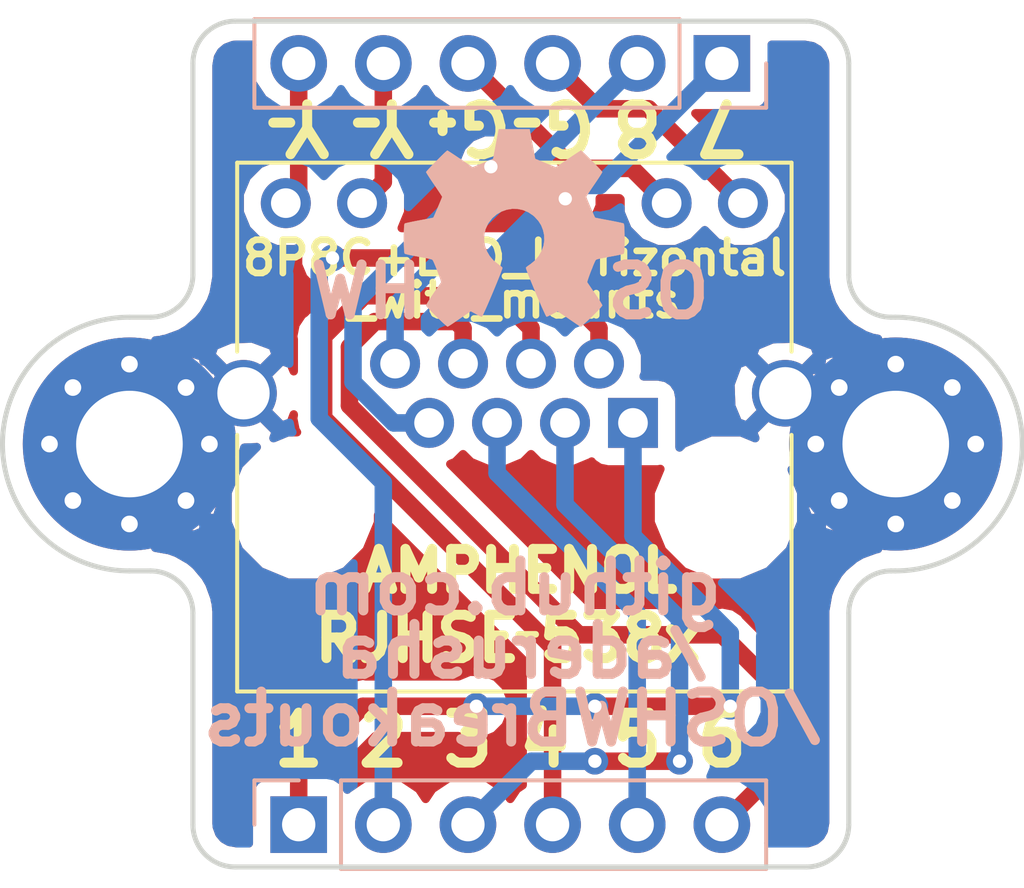
<source format=kicad_pcb>
(kicad_pcb (version 20171130) (host pcbnew "(5.0.2)-1")

  (general
    (thickness 1.6)
    (drawings 50)
    (tracks 74)
    (zones 0)
    (modules 6)
    (nets 14)
  )

  (page A4)
  (layers
    (0 F.Cu signal)
    (31 B.Cu signal)
    (32 B.Adhes user)
    (33 F.Adhes user)
    (34 B.Paste user)
    (35 F.Paste user)
    (36 B.SilkS user hide)
    (37 F.SilkS user hide)
    (38 B.Mask user)
    (39 F.Mask user)
    (40 Dwgs.User user hide)
    (41 Cmts.User user)
    (42 Eco1.User user)
    (43 Eco2.User user)
    (44 Edge.Cuts user)
    (45 Margin user)
    (46 B.CrtYd user hide)
    (47 F.CrtYd user hide)
    (48 B.Fab user hide)
    (49 F.Fab user hide)
  )

  (setup
    (last_trace_width 0.525)
    (trace_clearance 0.25)
    (zone_clearance 0.508)
    (zone_45_only no)
    (trace_min 0.2)
    (segment_width 0.3)
    (edge_width 0.15)
    (via_size 0.8)
    (via_drill 0.4)
    (via_min_size 0.4)
    (via_min_drill 0.3)
    (uvia_size 0.3)
    (uvia_drill 0.1)
    (uvias_allowed no)
    (uvia_min_size 0.2)
    (uvia_min_drill 0.1)
    (pcb_text_width 0.3)
    (pcb_text_size 1.5 1.5)
    (mod_edge_width 0.15)
    (mod_text_size 1 1)
    (mod_text_width 0.15)
    (pad_size 6.4 6.4)
    (pad_drill 3.2)
    (pad_to_mask_clearance 0.051)
    (solder_mask_min_width 0.25)
    (aux_axis_origin 0 0)
    (visible_elements 7FFFFFFF)
    (pcbplotparams
      (layerselection 0x010fc_ffffffff)
      (usegerberextensions false)
      (usegerberattributes false)
      (usegerberadvancedattributes false)
      (creategerberjobfile false)
      (excludeedgelayer true)
      (linewidth 0.100000)
      (plotframeref false)
      (viasonmask false)
      (mode 1)
      (useauxorigin false)
      (hpglpennumber 1)
      (hpglpenspeed 20)
      (hpglpendiameter 15.000000)
      (psnegative false)
      (psa4output false)
      (plotreference true)
      (plotvalue true)
      (plotinvisibletext false)
      (padsonsilk false)
      (subtractmaskfromsilk false)
      (outputformat 1)
      (mirror false)
      (drillshape 0)
      (scaleselection 1)
      (outputdirectory "gerber/"))
  )

  (net 0 "")
  (net 1 GND)
  (net 2 /Y+)
  (net 3 /Y-)
  (net 4 /G+)
  (net 5 /G-)
  (net 6 /Pin8)
  (net 7 /Pin6)
  (net 8 /Pin4)
  (net 9 /Pin2)
  (net 10 /Pin7)
  (net 11 /Pin5)
  (net 12 /Pin3)
  (net 13 /Pin1)

  (net_class Default "This is the default net class."
    (clearance 0.25)
    (trace_width 0.525)
    (via_dia 0.8)
    (via_drill 0.4)
    (uvia_dia 0.3)
    (uvia_drill 0.1)
    (add_net /G+)
    (add_net /G-)
    (add_net /Pin1)
    (add_net /Pin2)
    (add_net /Pin3)
    (add_net /Pin4)
    (add_net /Pin5)
    (add_net /Pin6)
    (add_net /Pin7)
    (add_net /Pin8)
    (add_net /Y+)
    (add_net /Y-)
    (add_net GND)
  )

  (module 8P8C+LED_Horizontal_with_mounts:RJ45_Amphenol_RJHSE538X (layer F.Cu) (tedit 5C276F5B) (tstamp 5C318B2D)
    (at 144.653 104.775 180)
    (descr "Shielded, 2 LED, https://www.amphenolcanada.com/ProductSearch/drawings/AC/RJHSE538X.pdf")
    (tags "RJ45 8p8c ethernet cat5")
    (path /5C24F43C)
    (fp_text reference J1 (at 3.56 -9.5 180) (layer F.SilkS) hide
      (effects (font (size 1 1) (thickness 0.15)))
    )
    (fp_text value 8P8C_LED_Shielded (at 3.56 9.5 180) (layer F.Fab)
      (effects (font (size 1 1) (thickness 0.15)))
    )
    (fp_text user %R (at 3.56 -6 180) (layer F.Fab)
      (effects (font (size 1 1) (thickness 0.15)))
    )
    (fp_line (start 13.19 -8.5) (end 13.19 8.25) (layer F.CrtYd) (width 0.05))
    (fp_line (start -6.07 8.25) (end 13.19 8.25) (layer F.CrtYd) (width 0.05))
    (fp_line (start -6.07 -8.5) (end -6.07 8.25) (layer F.CrtYd) (width 0.05))
    (fp_line (start -6.07 -8.5) (end 13.19 -8.5) (layer F.CrtYd) (width 0.05))
    (fp_line (start -4.695 -7) (end -3.695 -8) (layer F.Fab) (width 0.1))
    (fp_line (start 11.88 7.815) (end 11.88 2.14) (layer F.SilkS) (width 0.12))
    (fp_line (start -4.76 7.815) (end -4.76 2.14) (layer F.SilkS) (width 0.12))
    (fp_line (start -4.76 7.815) (end 11.88 7.815) (layer F.SilkS) (width 0.12))
    (fp_line (start 11.88 -8.065) (end 11.88 -0.36) (layer F.SilkS) (width 0.12))
    (fp_line (start -4.76 -8.065) (end -4.76 -0.36) (layer F.SilkS) (width 0.12))
    (fp_line (start -4.76 -8.065) (end 11.88 -8.065) (layer F.SilkS) (width 0.12))
    (fp_line (start 11.815 -8) (end 11.815 7.75) (layer F.Fab) (width 0.1))
    (fp_line (start -3.695 -8) (end 11.815 -8) (layer F.Fab) (width 0.1))
    (fp_line (start -4.695 7.75) (end 11.815 7.75) (layer F.Fab) (width 0.1))
    (fp_line (start -4.695 -7) (end -4.695 7.75) (layer F.Fab) (width 0.1))
    (pad 12 thru_hole circle (at 10.42 6.6 180) (size 1.5 1.5) (drill 0.89) (layers *.Cu *.Mask)
      (net 2 /Y+))
    (pad 11 thru_hole circle (at 8.13 6.6 180) (size 1.5 1.5) (drill 0.89) (layers *.Cu *.Mask)
      (net 3 /Y-))
    (pad 10 thru_hole circle (at -1.01 6.6 180) (size 1.5 1.5) (drill 0.89) (layers *.Cu *.Mask)
      (net 4 /G+))
    (pad 9 thru_hole circle (at -3.3 6.6 180) (size 1.5 1.5) (drill 0.89) (layers *.Cu *.Mask)
      (net 5 /G-))
    (pad SH thru_hole circle (at -4.57 0.89 180) (size 2 2) (drill 1.57) (layers *.Cu *.Mask)
      (net 1 GND))
    (pad SH thru_hole circle (at 11.69 0.89 180) (size 2 2) (drill 1.57) (layers *.Cu *.Mask)
      (net 1 GND))
    (pad "" np_thru_hole circle (at 9.91 -2.54 180) (size 3.25 3.25) (drill 3.25) (layers *.Cu *.Mask))
    (pad "" np_thru_hole circle (at -2.79 -2.54 180) (size 3.25 3.25) (drill 3.25) (layers *.Cu *.Mask))
    (pad 8 thru_hole circle (at 7.14 1.78 180) (size 1.5 1.5) (drill 0.89) (layers *.Cu *.Mask)
      (net 6 /Pin8))
    (pad 6 thru_hole circle (at 5.1 1.78 180) (size 1.5 1.5) (drill 0.89) (layers *.Cu *.Mask)
      (net 7 /Pin6))
    (pad 4 thru_hole circle (at 3.06 1.78 180) (size 1.5 1.5) (drill 0.89) (layers *.Cu *.Mask)
      (net 8 /Pin4))
    (pad 2 thru_hole circle (at 1.02 1.78 180) (size 1.5 1.5) (drill 0.89) (layers *.Cu *.Mask)
      (net 9 /Pin2))
    (pad 7 thru_hole circle (at 6.12 0 180) (size 1.5 1.5) (drill 0.89) (layers *.Cu *.Mask)
      (net 10 /Pin7))
    (pad 5 thru_hole circle (at 4.08 0 180) (size 1.5 1.5) (drill 0.89) (layers *.Cu *.Mask)
      (net 11 /Pin5))
    (pad 3 thru_hole circle (at 2.04 0 180) (size 1.5 1.5) (drill 0.89) (layers *.Cu *.Mask)
      (net 12 /Pin3))
    (pad 1 thru_hole rect (at 0 0 180) (size 1.5 1.5) (drill 0.89) (layers *.Cu *.Mask)
      (net 13 /Pin1))
    (model ${KISYS3DMOD}/Connector_RJ.3dshapes/RJ45_Amphenol_RJHSE538X.wrl
      (at (xyz 0 0 0))
      (scale (xyz 1 1 1))
      (rotate (xyz 0 0 0))
    )
  )

  (module MountingHole:MountingHole_3.2mm_M3_Pad_Via (layer F.Cu) (tedit 5C253503) (tstamp 5C35DBE6)
    (at 129.54 105.41)
    (descr "Mounting Hole 3.2mm, M3")
    (tags "mounting hole 3.2mm m3")
    (path /5C25051F)
    (attr virtual)
    (fp_text reference H1 (at 0 -4.2) (layer F.SilkS) hide
      (effects (font (size 1 1) (thickness 0.15)))
    )
    (fp_text value MountingHole_Pad (at 0 4.2) (layer F.Fab)
      (effects (font (size 1 1) (thickness 0.15)))
    )
    (fp_circle (center 0 0) (end 3.45 0) (layer F.CrtYd) (width 0.05))
    (fp_circle (center 0 0) (end 3.2 0) (layer Cmts.User) (width 0.15))
    (fp_text user %R (at 0.3 0) (layer F.Fab)
      (effects (font (size 1 1) (thickness 0.15)))
    )
    (pad 1 thru_hole circle (at 1.697056 -1.697056) (size 0.8 0.8) (drill 0.5) (layers *.Cu *.Mask)
      (net 1 GND))
    (pad 1 thru_hole circle (at 0 -2.4) (size 0.8 0.8) (drill 0.5) (layers *.Cu *.Mask)
      (net 1 GND))
    (pad 1 thru_hole circle (at -1.697056 -1.697056) (size 0.8 0.8) (drill 0.5) (layers *.Cu *.Mask)
      (net 1 GND))
    (pad 1 thru_hole circle (at -2.4 0) (size 0.8 0.8) (drill 0.5) (layers *.Cu *.Mask)
      (net 1 GND))
    (pad 1 thru_hole circle (at -1.697056 1.697056) (size 0.8 0.8) (drill 0.5) (layers *.Cu *.Mask)
      (net 1 GND))
    (pad 1 thru_hole circle (at 0 2.4) (size 0.8 0.8) (drill 0.5) (layers *.Cu *.Mask)
      (net 1 GND))
    (pad 1 thru_hole circle (at 1.697056 1.697056) (size 0.8 0.8) (drill 0.5) (layers *.Cu *.Mask)
      (net 1 GND))
    (pad 1 thru_hole circle (at 2.4 0) (size 0.8 0.8) (drill 0.5) (layers *.Cu *.Mask)
      (net 1 GND))
    (pad 1 thru_hole circle (at 0 0) (size 6.4 6.4) (drill 3.2) (layers *.Cu *.Mask)
      (net 1 GND) (zone_connect 2))
  )

  (module MountingHole:MountingHole_3.2mm_M3_Pad_Via (layer F.Cu) (tedit 5C2534F8) (tstamp 5C3181DB)
    (at 152.54 105.41)
    (descr "Mounting Hole 3.2mm, M3")
    (tags "mounting hole 3.2mm m3")
    (path /5C2504D8)
    (attr virtual)
    (fp_text reference H2 (at 0 -4.2) (layer F.SilkS) hide
      (effects (font (size 1 1) (thickness 0.15)))
    )
    (fp_text value MountingHole_Pad (at 0 4.2) (layer F.Fab)
      (effects (font (size 1 1) (thickness 0.15)))
    )
    (fp_text user %R (at 0.3 0) (layer F.Fab)
      (effects (font (size 1 1) (thickness 0.15)))
    )
    (fp_circle (center 0 0) (end 3.2 0) (layer Cmts.User) (width 0.15))
    (fp_circle (center 0 0) (end 3.45 0) (layer F.CrtYd) (width 0.05))
    (pad 1 thru_hole circle (at 0 0) (size 6.4 6.4) (drill 3.2) (layers *.Cu *.Mask)
      (net 1 GND) (zone_connect 2))
    (pad 1 thru_hole circle (at 2.4 0) (size 0.8 0.8) (drill 0.5) (layers *.Cu *.Mask)
      (net 1 GND))
    (pad 1 thru_hole circle (at 1.697056 1.697056) (size 0.8 0.8) (drill 0.5) (layers *.Cu *.Mask)
      (net 1 GND))
    (pad 1 thru_hole circle (at 0 2.4) (size 0.8 0.8) (drill 0.5) (layers *.Cu *.Mask)
      (net 1 GND))
    (pad 1 thru_hole circle (at -1.697056 1.697056) (size 0.8 0.8) (drill 0.5) (layers *.Cu *.Mask)
      (net 1 GND))
    (pad 1 thru_hole circle (at -2.4 0) (size 0.8 0.8) (drill 0.5) (layers *.Cu *.Mask)
      (net 1 GND))
    (pad 1 thru_hole circle (at -1.697056 -1.697056) (size 0.8 0.8) (drill 0.5) (layers *.Cu *.Mask)
      (net 1 GND))
    (pad 1 thru_hole circle (at 0 -2.4) (size 0.8 0.8) (drill 0.5) (layers *.Cu *.Mask)
      (net 1 GND))
    (pad 1 thru_hole circle (at 1.697056 -1.697056) (size 0.8 0.8) (drill 0.5) (layers *.Cu *.Mask)
      (net 1 GND))
  )

  (module Connector_PinHeader_2.54mm:PinHeader_1x06_P2.54mm_Vertical (layer B.Cu) (tedit 5C252D6E) (tstamp 5C35DB30)
    (at 134.62 116.84 270)
    (descr "Through hole straight pin header, 1x06, 2.54mm pitch, single row")
    (tags "Through hole pin header THT 1x06 2.54mm single row")
    (path /5C24F52E)
    (fp_text reference J2 (at 0 2.33 270) (layer B.SilkS) hide
      (effects (font (size 1 1) (thickness 0.15)) (justify mirror))
    )
    (fp_text value Conn_01x06 (at 0 -15.03 270) (layer B.Fab)
      (effects (font (size 1 1) (thickness 0.15)) (justify mirror))
    )
    (fp_line (start -0.635 1.27) (end 1.27 1.27) (layer B.Fab) (width 0.1))
    (fp_line (start 1.27 1.27) (end 1.27 -13.97) (layer B.Fab) (width 0.1))
    (fp_line (start 1.27 -13.97) (end -1.27 -13.97) (layer B.Fab) (width 0.1))
    (fp_line (start -1.27 -13.97) (end -1.27 0.635) (layer B.Fab) (width 0.1))
    (fp_line (start -1.27 0.635) (end -0.635 1.27) (layer B.Fab) (width 0.1))
    (fp_line (start -1.33 -14.03) (end 1.33 -14.03) (layer B.SilkS) (width 0.12))
    (fp_line (start -1.33 -1.27) (end -1.33 -14.03) (layer B.SilkS) (width 0.12))
    (fp_line (start 1.33 -1.27) (end 1.33 -14.03) (layer B.SilkS) (width 0.12))
    (fp_line (start -1.33 -1.27) (end 1.33 -1.27) (layer B.SilkS) (width 0.12))
    (fp_line (start -1.33 0) (end -1.33 1.33) (layer B.SilkS) (width 0.12))
    (fp_line (start -1.33 1.33) (end 0 1.33) (layer B.SilkS) (width 0.12))
    (fp_line (start -1.8 1.8) (end -1.8 -14.5) (layer B.CrtYd) (width 0.05))
    (fp_line (start -1.8 -14.5) (end 1.8 -14.5) (layer B.CrtYd) (width 0.05))
    (fp_line (start 1.8 -14.5) (end 1.8 1.8) (layer B.CrtYd) (width 0.05))
    (fp_line (start 1.8 1.8) (end -1.8 1.8) (layer B.CrtYd) (width 0.05))
    (fp_text user %R (at 0 -6.35 180) (layer B.Fab)
      (effects (font (size 1 1) (thickness 0.15)) (justify mirror))
    )
    (pad 1 thru_hole rect (at 0 0 270) (size 1.7 1.7) (drill 1) (layers *.Cu *.Mask)
      (net 13 /Pin1))
    (pad 2 thru_hole oval (at 0 -2.54 270) (size 1.7 1.7) (drill 1) (layers *.Cu *.Mask)
      (net 9 /Pin2))
    (pad 3 thru_hole oval (at 0 -5.08 270) (size 1.7 1.7) (drill 1) (layers *.Cu *.Mask)
      (net 12 /Pin3))
    (pad 4 thru_hole oval (at 0 -7.62 270) (size 1.7 1.7) (drill 1) (layers *.Cu *.Mask)
      (net 8 /Pin4))
    (pad 5 thru_hole oval (at 0 -10.16 270) (size 1.7 1.7) (drill 1) (layers *.Cu *.Mask)
      (net 11 /Pin5))
    (pad 6 thru_hole oval (at 0 -12.7 270) (size 1.7 1.7) (drill 1) (layers *.Cu *.Mask)
      (net 7 /Pin6))
    (model ${KISYS3DMOD}/Connector_PinHeader_2.54mm.3dshapes/PinHeader_1x06_P2.54mm_Vertical.wrl
      (at (xyz 0 0 0))
      (scale (xyz 1 1 1))
      (rotate (xyz 0 0 0))
    )
  )

  (module Connector_PinHeader_2.54mm:PinHeader_1x06_P2.54mm_Vertical (layer B.Cu) (tedit 5C252D61) (tstamp 5C318E22)
    (at 147.32 93.98 90)
    (descr "Through hole straight pin header, 1x06, 2.54mm pitch, single row")
    (tags "Through hole pin header THT 1x06 2.54mm single row")
    (path /5C24F63A)
    (fp_text reference J3 (at 0 2.33 90) (layer B.SilkS) hide
      (effects (font (size 1 1) (thickness 0.15)) (justify mirror))
    )
    (fp_text value Conn_01x06 (at 0 -15.03 90) (layer B.Fab)
      (effects (font (size 1 1) (thickness 0.15)) (justify mirror))
    )
    (fp_text user %R (at 0 -6.35) (layer B.Fab)
      (effects (font (size 1 1) (thickness 0.15)) (justify mirror))
    )
    (fp_line (start 1.8 1.8) (end -1.8 1.8) (layer B.CrtYd) (width 0.05))
    (fp_line (start 1.8 -14.5) (end 1.8 1.8) (layer B.CrtYd) (width 0.05))
    (fp_line (start -1.8 -14.5) (end 1.8 -14.5) (layer B.CrtYd) (width 0.05))
    (fp_line (start -1.8 1.8) (end -1.8 -14.5) (layer B.CrtYd) (width 0.05))
    (fp_line (start -1.33 1.33) (end 0 1.33) (layer B.SilkS) (width 0.12))
    (fp_line (start -1.33 0) (end -1.33 1.33) (layer B.SilkS) (width 0.12))
    (fp_line (start -1.33 -1.27) (end 1.33 -1.27) (layer B.SilkS) (width 0.12))
    (fp_line (start 1.33 -1.27) (end 1.33 -14.03) (layer B.SilkS) (width 0.12))
    (fp_line (start -1.33 -1.27) (end -1.33 -14.03) (layer B.SilkS) (width 0.12))
    (fp_line (start -1.33 -14.03) (end 1.33 -14.03) (layer B.SilkS) (width 0.12))
    (fp_line (start -1.27 0.635) (end -0.635 1.27) (layer B.Fab) (width 0.1))
    (fp_line (start -1.27 -13.97) (end -1.27 0.635) (layer B.Fab) (width 0.1))
    (fp_line (start 1.27 -13.97) (end -1.27 -13.97) (layer B.Fab) (width 0.1))
    (fp_line (start 1.27 1.27) (end 1.27 -13.97) (layer B.Fab) (width 0.1))
    (fp_line (start -0.635 1.27) (end 1.27 1.27) (layer B.Fab) (width 0.1))
    (pad 6 thru_hole oval (at 0 -12.7 90) (size 1.7 1.7) (drill 1) (layers *.Cu *.Mask)
      (net 2 /Y+))
    (pad 5 thru_hole oval (at 0 -10.16 90) (size 1.7 1.7) (drill 1) (layers *.Cu *.Mask)
      (net 3 /Y-))
    (pad 4 thru_hole oval (at 0 -7.62 90) (size 1.7 1.7) (drill 1) (layers *.Cu *.Mask)
      (net 4 /G+))
    (pad 3 thru_hole oval (at 0 -5.08 90) (size 1.7 1.7) (drill 1) (layers *.Cu *.Mask)
      (net 5 /G-))
    (pad 2 thru_hole oval (at 0 -2.54 90) (size 1.7 1.7) (drill 1) (layers *.Cu *.Mask)
      (net 6 /Pin8))
    (pad 1 thru_hole rect (at 0 0 90) (size 1.7 1.7) (drill 1) (layers *.Cu *.Mask)
      (net 10 /Pin7))
    (model ${KISYS3DMOD}/Connector_PinHeader_2.54mm.3dshapes/PinHeader_1x06_P2.54mm_Vertical.wrl
      (at (xyz 0 0 0))
      (scale (xyz 1 1 1))
      (rotate (xyz 0 0 0))
    )
  )

  (module Symbol:OSHW-Symbol_6.7x6mm_SilkScreen (layer B.Cu) (tedit 0) (tstamp 5C3EF1AE)
    (at 141.097 98.933 180)
    (descr "Open Source Hardware Symbol")
    (tags "Logo Symbol OSHW")
    (attr virtual)
    (fp_text reference REF** (at 0 0 180) (layer B.SilkS) hide
      (effects (font (size 1 1) (thickness 0.15)) (justify mirror))
    )
    (fp_text value OSHW-Symbol_6.7x6mm_SilkScreen (at 0.75 0 180) (layer B.Fab) hide
      (effects (font (size 1 1) (thickness 0.15)) (justify mirror))
    )
    (fp_poly (pts (xy 0.555814 2.531069) (xy 0.639635 2.086445) (xy 0.94892 1.958947) (xy 1.258206 1.831449)
      (xy 1.629246 2.083754) (xy 1.733157 2.154004) (xy 1.827087 2.216728) (xy 1.906652 2.269062)
      (xy 1.96747 2.308143) (xy 2.005157 2.331107) (xy 2.015421 2.336058) (xy 2.03391 2.323324)
      (xy 2.07342 2.288118) (xy 2.129522 2.234938) (xy 2.197787 2.168282) (xy 2.273786 2.092646)
      (xy 2.353092 2.012528) (xy 2.431275 1.932426) (xy 2.503907 1.856836) (xy 2.566559 1.790255)
      (xy 2.614803 1.737182) (xy 2.64421 1.702113) (xy 2.651241 1.690377) (xy 2.641123 1.66874)
      (xy 2.612759 1.621338) (xy 2.569129 1.552807) (xy 2.513218 1.467785) (xy 2.448006 1.370907)
      (xy 2.410219 1.31565) (xy 2.341343 1.214752) (xy 2.28014 1.123701) (xy 2.229578 1.04703)
      (xy 2.192628 0.989272) (xy 2.172258 0.954957) (xy 2.169197 0.947746) (xy 2.176136 0.927252)
      (xy 2.195051 0.879487) (xy 2.223087 0.811168) (xy 2.257391 0.729011) (xy 2.295109 0.63973)
      (xy 2.333387 0.550042) (xy 2.36937 0.466662) (xy 2.400206 0.396306) (xy 2.423039 0.34569)
      (xy 2.435017 0.321529) (xy 2.435724 0.320578) (xy 2.454531 0.315964) (xy 2.504618 0.305672)
      (xy 2.580793 0.290713) (xy 2.677865 0.272099) (xy 2.790643 0.250841) (xy 2.856442 0.238582)
      (xy 2.97695 0.215638) (xy 3.085797 0.193805) (xy 3.177476 0.174278) (xy 3.246481 0.158252)
      (xy 3.287304 0.146921) (xy 3.295511 0.143326) (xy 3.303548 0.118994) (xy 3.310033 0.064041)
      (xy 3.31497 -0.015108) (xy 3.318364 -0.112026) (xy 3.320218 -0.220287) (xy 3.320538 -0.333465)
      (xy 3.319327 -0.445135) (xy 3.31659 -0.548868) (xy 3.312331 -0.638241) (xy 3.306555 -0.706826)
      (xy 3.299267 -0.748197) (xy 3.294895 -0.75681) (xy 3.268764 -0.767133) (xy 3.213393 -0.781892)
      (xy 3.136107 -0.799352) (xy 3.04423 -0.81778) (xy 3.012158 -0.823741) (xy 2.857524 -0.852066)
      (xy 2.735375 -0.874876) (xy 2.641673 -0.89308) (xy 2.572384 -0.907583) (xy 2.523471 -0.919292)
      (xy 2.490897 -0.929115) (xy 2.470628 -0.937956) (xy 2.458626 -0.946724) (xy 2.456947 -0.948457)
      (xy 2.440184 -0.976371) (xy 2.414614 -1.030695) (xy 2.382788 -1.104777) (xy 2.34726 -1.191965)
      (xy 2.310583 -1.285608) (xy 2.275311 -1.379052) (xy 2.243996 -1.465647) (xy 2.219193 -1.53874)
      (xy 2.203454 -1.591678) (xy 2.199332 -1.617811) (xy 2.199676 -1.618726) (xy 2.213641 -1.640086)
      (xy 2.245322 -1.687084) (xy 2.291391 -1.754827) (xy 2.348518 -1.838423) (xy 2.413373 -1.932982)
      (xy 2.431843 -1.959854) (xy 2.497699 -2.057275) (xy 2.55565 -2.146163) (xy 2.602538 -2.221412)
      (xy 2.635207 -2.27792) (xy 2.6505 -2.310581) (xy 2.651241 -2.314593) (xy 2.638392 -2.335684)
      (xy 2.602888 -2.377464) (xy 2.549293 -2.435445) (xy 2.482171 -2.505135) (xy 2.406087 -2.582045)
      (xy 2.325604 -2.661683) (xy 2.245287 -2.739561) (xy 2.169699 -2.811186) (xy 2.103405 -2.87207)
      (xy 2.050969 -2.917721) (xy 2.016955 -2.94365) (xy 2.007545 -2.947883) (xy 1.985643 -2.937912)
      (xy 1.9408 -2.91102) (xy 1.880321 -2.871736) (xy 1.833789 -2.840117) (xy 1.749475 -2.782098)
      (xy 1.649626 -2.713784) (xy 1.549473 -2.645579) (xy 1.495627 -2.609075) (xy 1.313371 -2.4858)
      (xy 1.160381 -2.56852) (xy 1.090682 -2.604759) (xy 1.031414 -2.632926) (xy 0.991311 -2.648991)
      (xy 0.981103 -2.651226) (xy 0.968829 -2.634722) (xy 0.944613 -2.588082) (xy 0.910263 -2.515609)
      (xy 0.867588 -2.421606) (xy 0.818394 -2.310374) (xy 0.76449 -2.186215) (xy 0.707684 -2.053432)
      (xy 0.649782 -1.916327) (xy 0.592593 -1.779202) (xy 0.537924 -1.646358) (xy 0.487584 -1.522098)
      (xy 0.44338 -1.410725) (xy 0.407119 -1.316539) (xy 0.380609 -1.243844) (xy 0.365658 -1.196941)
      (xy 0.363254 -1.180833) (xy 0.382311 -1.160286) (xy 0.424036 -1.126933) (xy 0.479706 -1.087702)
      (xy 0.484378 -1.084599) (xy 0.628264 -0.969423) (xy 0.744283 -0.835053) (xy 0.83143 -0.685784)
      (xy 0.888699 -0.525913) (xy 0.915086 -0.359737) (xy 0.909585 -0.191552) (xy 0.87119 -0.025655)
      (xy 0.798895 0.133658) (xy 0.777626 0.168513) (xy 0.666996 0.309263) (xy 0.536302 0.422286)
      (xy 0.390064 0.506997) (xy 0.232808 0.562806) (xy 0.069057 0.589126) (xy -0.096667 0.58537)
      (xy -0.259838 0.55095) (xy -0.415935 0.485277) (xy -0.560433 0.387765) (xy -0.605131 0.348187)
      (xy -0.718888 0.224297) (xy -0.801782 0.093876) (xy -0.858644 -0.052315) (xy -0.890313 -0.197088)
      (xy -0.898131 -0.35986) (xy -0.872062 -0.52344) (xy -0.814755 -0.682298) (xy -0.728856 -0.830906)
      (xy -0.617014 -0.963735) (xy -0.481877 -1.075256) (xy -0.464117 -1.087011) (xy -0.40785 -1.125508)
      (xy -0.365077 -1.158863) (xy -0.344628 -1.18016) (xy -0.344331 -1.180833) (xy -0.348721 -1.203871)
      (xy -0.366124 -1.256157) (xy -0.394732 -1.33339) (xy -0.432735 -1.431268) (xy -0.478326 -1.545491)
      (xy -0.529697 -1.671758) (xy -0.585038 -1.805767) (xy -0.642542 -1.943218) (xy -0.700399 -2.079808)
      (xy -0.756802 -2.211237) (xy -0.809942 -2.333205) (xy -0.85801 -2.441409) (xy -0.899199 -2.531549)
      (xy -0.931699 -2.599323) (xy -0.953703 -2.64043) (xy -0.962564 -2.651226) (xy -0.98964 -2.642819)
      (xy -1.040303 -2.620272) (xy -1.105817 -2.587613) (xy -1.141841 -2.56852) (xy -1.294832 -2.4858)
      (xy -1.477088 -2.609075) (xy -1.570125 -2.672228) (xy -1.671985 -2.741727) (xy -1.767438 -2.807165)
      (xy -1.81525 -2.840117) (xy -1.882495 -2.885273) (xy -1.939436 -2.921057) (xy -1.978646 -2.942938)
      (xy -1.991381 -2.947563) (xy -2.009917 -2.935085) (xy -2.050941 -2.900252) (xy -2.110475 -2.846678)
      (xy -2.184542 -2.777983) (xy -2.269165 -2.697781) (xy -2.322685 -2.646286) (xy -2.416319 -2.554286)
      (xy -2.497241 -2.471999) (xy -2.562177 -2.402945) (xy -2.607858 -2.350644) (xy -2.631011 -2.318616)
      (xy -2.633232 -2.312116) (xy -2.622924 -2.287394) (xy -2.594439 -2.237405) (xy -2.550937 -2.167212)
      (xy -2.495577 -2.081875) (xy -2.43152 -1.986456) (xy -2.413303 -1.959854) (xy -2.346927 -1.863167)
      (xy -2.287378 -1.776117) (xy -2.237984 -1.703595) (xy -2.202075 -1.650493) (xy -2.182981 -1.621703)
      (xy -2.181136 -1.618726) (xy -2.183895 -1.595782) (xy -2.198538 -1.545336) (xy -2.222513 -1.474041)
      (xy -2.253266 -1.388547) (xy -2.288244 -1.295507) (xy -2.324893 -1.201574) (xy -2.360661 -1.113399)
      (xy -2.392994 -1.037634) (xy -2.419338 -0.980931) (xy -2.437142 -0.949943) (xy -2.438407 -0.948457)
      (xy -2.449294 -0.939601) (xy -2.467682 -0.930843) (xy -2.497606 -0.921277) (xy -2.543103 -0.909996)
      (xy -2.608209 -0.896093) (xy -2.696961 -0.878663) (xy -2.813393 -0.856798) (xy -2.961542 -0.829591)
      (xy -2.993618 -0.823741) (xy -3.088686 -0.805374) (xy -3.171565 -0.787405) (xy -3.23493 -0.771569)
      (xy -3.271458 -0.7596) (xy -3.276356 -0.75681) (xy -3.284427 -0.732072) (xy -3.290987 -0.67679)
      (xy -3.296033 -0.597389) (xy -3.299559 -0.500296) (xy -3.301561 -0.391938) (xy -3.302036 -0.27874)
      (xy -3.300977 -0.167128) (xy -3.298382 -0.063529) (xy -3.294246 0.025632) (xy -3.288563 0.093928)
      (xy -3.281331 0.134934) (xy -3.276971 0.143326) (xy -3.252698 0.151792) (xy -3.197426 0.165565)
      (xy -3.116662 0.18345) (xy -3.015912 0.204252) (xy -2.900683 0.226777) (xy -2.837902 0.238582)
      (xy -2.718787 0.260849) (xy -2.612565 0.281021) (xy -2.524427 0.298085) (xy -2.459566 0.311031)
      (xy -2.423174 0.318845) (xy -2.417184 0.320578) (xy -2.407061 0.34011) (xy -2.385662 0.387157)
      (xy -2.355839 0.454997) (xy -2.320445 0.536909) (xy -2.282332 0.626172) (xy -2.244353 0.716065)
      (xy -2.20936 0.799865) (xy -2.180206 0.870853) (xy -2.159743 0.922306) (xy -2.150823 0.947503)
      (xy -2.150657 0.948604) (xy -2.160769 0.968481) (xy -2.189117 1.014223) (xy -2.232723 1.081283)
      (xy -2.288606 1.165116) (xy -2.353787 1.261174) (xy -2.391679 1.31635) (xy -2.460725 1.417519)
      (xy -2.52205 1.50937) (xy -2.572663 1.587256) (xy -2.609571 1.646531) (xy -2.629782 1.682549)
      (xy -2.632701 1.690623) (xy -2.620153 1.709416) (xy -2.585463 1.749543) (xy -2.533063 1.806507)
      (xy -2.467384 1.875815) (xy -2.392856 1.952969) (xy -2.313913 2.033475) (xy -2.234983 2.112837)
      (xy -2.1605 2.18656) (xy -2.094894 2.250148) (xy -2.042596 2.299106) (xy -2.008039 2.328939)
      (xy -1.996478 2.336058) (xy -1.977654 2.326047) (xy -1.932631 2.297922) (xy -1.865787 2.254546)
      (xy -1.781499 2.198782) (xy -1.684144 2.133494) (xy -1.610707 2.083754) (xy -1.239667 1.831449)
      (xy -0.621095 2.086445) (xy -0.537275 2.531069) (xy -0.453454 2.975693) (xy 0.471994 2.975693)
      (xy 0.555814 2.531069)) (layer B.SilkS) (width 0.01))
  )

  (gr_line (start 152.4 101.6) (end 152.527 101.6) (layer Edge.Cuts) (width 0.15))
  (gr_line (start 152.4 109.22) (end 152.527 109.22) (layer Edge.Cuts) (width 0.15))
  (gr_text _with_mounts (at 141.097 101.092) (layer F.SilkS) (tstamp 5C2771FC)
    (effects (font (size 1 1) (thickness 0.2)))
  )
  (gr_text HW (at 136.652 100.838) (layer B.SilkS) (tstamp 5C3F1DB6)
    (effects (font (size 1.5 1.5) (thickness 0.3)) (justify mirror))
  )
  (gr_text OS (at 145.415 100.838) (layer B.SilkS)
    (effects (font (size 1.5 1.5) (thickness 0.3)) (justify mirror))
  )
  (gr_text 8P8C+LED_Horizontal (at 141.097 99.822) (layer F.SilkS) (tstamp 5C3F115F)
    (effects (font (size 1 1) (thickness 0.2)))
  )
  (gr_line (start 149.352 112.903) (end 150.114 114.3) (layer B.SilkS) (width 0.3) (tstamp 5C276CBD))
  (gr_line (start 145.923 110.998) (end 146.685 112.395) (layer B.SilkS) (width 0.3))
  (gr_text OSHWBreakouts (at 140.462 113.665) (layer B.SilkS) (tstamp 5C3EF7B4)
    (effects (font (size 1.5 1.5) (thickness 0.3)) (justify mirror))
  )
  (gr_text aderusha (at 140.843 111.633) (layer B.SilkS)
    (effects (font (size 1.5 1.5) (thickness 0.3)) (justify mirror))
  )
  (gr_text github.com (at 141.097 109.728) (layer B.SilkS)
    (effects (font (size 1.5 1.5) (thickness 0.3)) (justify mirror))
  )
  (gr_line (start 141.224 111.125) (end 141.732 111.125) (layer F.SilkS) (width 0.2))
  (gr_text 538x (at 144.272 111.252) (layer F.SilkS) (tstamp 5C327A05)
    (effects (font (size 1.3 1.3) (thickness 0.3)))
  )
  (gr_text RJHSE (at 138.176 111.252) (layer F.SilkS) (tstamp 5C32775E)
    (effects (font (size 1.3 1.3) (thickness 0.3)))
  )
  (gr_text AMPHENOL (at 141.224 109.22) (layer F.SilkS)
    (effects (font (size 1.2 1.2) (thickness 0.3)))
  )
  (gr_line (start 133.858 95.758) (end 134.366 95.758) (layer F.SilkS) (width 0.3) (tstamp 5C326D3F))
  (gr_line (start 136.398 95.758) (end 136.906 95.758) (layer F.SilkS) (width 0.3) (tstamp 5C326C92))
  (gr_line (start 138.938 96.012) (end 138.938 95.504) (layer F.SilkS) (width 0.3) (tstamp 5C326897))
  (gr_line (start 138.684 95.758) (end 139.192 95.758) (layer F.SilkS) (width 0.3) (tstamp 5C3267ED))
  (gr_line (start 131.445 93.98) (end 131.445 100.33) (layer Edge.Cuts) (width 0.15))
  (gr_line (start 151.13 93.98) (end 151.13 100.33) (layer Edge.Cuts) (width 0.15))
  (gr_line (start 131.445 110.49) (end 131.445 116.84) (layer Edge.Cuts) (width 0.15))
  (gr_line (start 151.13 110.49) (end 151.13 116.84) (layer Edge.Cuts) (width 0.15))
  (gr_text Y (at 134.874 95.885 180) (layer F.SilkS) (tstamp 5C324836)
    (effects (font (size 1.5 1.5) (thickness 0.3)))
  )
  (gr_text Y (at 137.414 95.885 180) (layer F.SilkS) (tstamp 5C324635)
    (effects (font (size 1.5 1.5) (thickness 0.3)))
  )
  (gr_line (start 141.224 95.758) (end 141.732 95.758) (layer F.SilkS) (width 0.3))
  (gr_text G (at 140.208 95.885 180) (layer F.SilkS) (tstamp 5C32418A)
    (effects (font (size 1.5 1.5) (thickness 0.3)))
  )
  (gr_text G (at 142.748 95.885 180) (layer F.SilkS) (tstamp 5C323E36)
    (effects (font (size 1.5 1.5) (thickness 0.3)))
  )
  (gr_text 8 (at 144.78 95.885 180) (layer F.SilkS) (tstamp 5C31D3A6)
    (effects (font (size 1.5 1.5) (thickness 0.3)))
  )
  (gr_text 7 (at 147.32 95.885 180) (layer F.SilkS) (tstamp 5C31D1A9)
    (effects (font (size 1.5 1.5) (thickness 0.3)))
  )
  (gr_text 6 (at 147.32 114.3) (layer F.SilkS) (tstamp 5C31D0FA)
    (effects (font (size 1.5 1.5) (thickness 0.3)))
  )
  (gr_text 5 (at 144.78 114.3) (layer F.SilkS) (tstamp 5C31D04F)
    (effects (font (size 1.5 1.5) (thickness 0.3)))
  )
  (gr_text 4 (at 141.986 114.3) (layer F.SilkS) (tstamp 5C31CFA4)
    (effects (font (size 1.5 1.5) (thickness 0.3)))
  )
  (gr_text 3 (at 139.7 114.3) (layer F.SilkS) (tstamp 5C31CDA6)
    (effects (font (size 1.5 1.5) (thickness 0.3)))
  )
  (gr_text 2 (at 137.16 114.3) (layer F.SilkS) (tstamp 5C31CAFB)
    (effects (font (size 1.5 1.5) (thickness 0.3)))
  )
  (gr_text 1 (at 134.62 114.3) (layer F.SilkS)
    (effects (font (size 1.5 1.5) (thickness 0.3)))
  )
  (gr_line (start 132.715 118.11) (end 149.86 118.11) (layer Edge.Cuts) (width 0.15))
  (gr_line (start 129.54 109.22) (end 130.175 109.22) (layer Edge.Cuts) (width 0.15))
  (gr_line (start 129.54 101.6) (end 130.175 101.6) (layer Edge.Cuts) (width 0.15))
  (gr_line (start 132.715 92.71) (end 149.86 92.71) (layer Edge.Cuts) (width 0.15))
  (gr_arc (start 152.4 110.49) (end 152.4 109.22) (angle -90) (layer Edge.Cuts) (width 0.15))
  (gr_arc (start 149.86 116.84) (end 149.86 118.11) (angle -90) (layer Edge.Cuts) (width 0.15))
  (gr_arc (start 132.715 116.84) (end 131.445 116.84) (angle -90) (layer Edge.Cuts) (width 0.15))
  (gr_arc (start 130.175 110.49) (end 131.445 110.49) (angle -90) (layer Edge.Cuts) (width 0.15))
  (gr_arc (start 130.175 100.33) (end 130.175 101.6) (angle -90) (layer Edge.Cuts) (width 0.15))
  (gr_arc (start 132.715 93.98) (end 132.715 92.71) (angle -90) (layer Edge.Cuts) (width 0.15))
  (gr_arc (start 149.86 93.98) (end 151.13 93.98) (angle -90) (layer Edge.Cuts) (width 0.15))
  (gr_arc (start 152.4 100.33) (end 151.13 100.33) (angle -90) (layer Edge.Cuts) (width 0.15))
  (gr_arc (start 129.54 105.41) (end 129.54 101.6) (angle -180) (layer Edge.Cuts) (width 0.15))
  (gr_arc (start 152.527 105.41) (end 152.527 109.22) (angle -180) (layer Edge.Cuts) (width 0.15))

  (segment (start 134.62 97.788) (end 134.233 98.175) (width 0.525) (layer F.Cu) (net 2))
  (segment (start 134.62 93.98) (end 134.62 97.788) (width 0.525) (layer F.Cu) (net 2))
  (segment (start 137.16 97.538) (end 136.523 98.175) (width 0.525) (layer F.Cu) (net 3))
  (segment (start 137.16 93.98) (end 137.16 97.538) (width 0.525) (layer F.Cu) (net 3))
  (segment (start 140.549999 94.829999) (end 139.7 93.98) (width 0.525) (layer F.Cu) (net 4))
  (segment (start 142.851499 97.131499) (end 140.549999 94.829999) (width 0.525) (layer F.Cu) (net 4))
  (segment (start 144.619499 97.131499) (end 142.851499 97.131499) (width 0.525) (layer F.Cu) (net 4))
  (segment (start 145.663 98.175) (end 144.619499 97.131499) (width 0.525) (layer F.Cu) (net 4))
  (segment (start 147.203001 97.425001) (end 147.953 98.175) (width 0.525) (layer F.Cu) (net 5))
  (segment (start 145.120501 95.342501) (end 147.203001 97.425001) (width 0.525) (layer F.Cu) (net 5))
  (segment (start 143.602501 95.342501) (end 145.120501 95.342501) (width 0.525) (layer F.Cu) (net 5))
  (segment (start 142.24 93.98) (end 143.602501 95.342501) (width 0.525) (layer F.Cu) (net 5))
  (segment (start 137.513 101.247) (end 144.78 93.98) (width 0.525) (layer B.Cu) (net 6))
  (segment (start 137.513 102.995) (end 137.513 101.247) (width 0.525) (layer B.Cu) (net 6))
  (segment (start 147.33301 111.13801) (end 148.844 112.649) (width 0.525) (layer F.Cu) (net 7))
  (segment (start 143.01501 111.13801) (end 147.33301 111.13801) (width 0.525) (layer F.Cu) (net 7))
  (segment (start 143.01501 111.125512) (end 143.01501 111.13801) (width 0.525) (layer F.Cu) (net 7))
  (segment (start 139.553 101.93434) (end 139.351159 101.732499) (width 0.525) (layer F.Cu) (net 7))
  (segment (start 139.553 102.995) (end 139.553 101.93434) (width 0.525) (layer F.Cu) (net 7))
  (segment (start 139.351159 101.732499) (end 136.906999 101.732499) (width 0.525) (layer F.Cu) (net 7))
  (segment (start 136.906999 101.732499) (end 136.144 102.495498) (width 0.525) (layer F.Cu) (net 7))
  (segment (start 136.144 102.495498) (end 136.144 104.254502) (width 0.525) (layer F.Cu) (net 7))
  (segment (start 136.144 104.254502) (end 143.01501 111.125512) (width 0.525) (layer F.Cu) (net 7))
  (segment (start 148.844 115.316) (end 147.32 116.84) (width 0.525) (layer F.Cu) (net 7))
  (segment (start 148.844 112.649) (end 148.844 115.316) (width 0.525) (layer F.Cu) (net 7))
  (segment (start 135.36899 102.174479) (end 135.36899 104.63499) (width 0.525) (layer F.Cu) (net 8))
  (segment (start 136.58598 100.957489) (end 135.36899 102.174479) (width 0.525) (layer F.Cu) (net 8))
  (segment (start 140.616149 100.957489) (end 136.58598 100.957489) (width 0.525) (layer F.Cu) (net 8))
  (segment (start 141.593 102.995) (end 141.593 101.93434) (width 0.525) (layer F.Cu) (net 8))
  (segment (start 141.593 101.93434) (end 140.616149 100.957489) (width 0.525) (layer F.Cu) (net 8))
  (segment (start 142.24 111.506) (end 142.24 116.586) (width 0.525) (layer F.Cu) (net 8))
  (segment (start 135.36899 104.63499) (end 142.24 111.506) (width 0.525) (layer F.Cu) (net 8))
  (via (at 135.636 99.822) (size 0.8) (drill 0.4) (layers F.Cu B.Cu) (net 9))
  (segment (start 141.52066 99.822) (end 135.636 99.822) (width 0.525) (layer F.Cu) (net 9))
  (segment (start 143.633 102.995) (end 143.633 101.93434) (width 0.525) (layer F.Cu) (net 9))
  (segment (start 143.633 101.93434) (end 141.52066 99.822) (width 0.525) (layer F.Cu) (net 9))
  (segment (start 137.16 115.383919) (end 137.16 116.586) (width 0.525) (layer B.Cu) (net 9))
  (segment (start 137.16 106.568498) (end 137.16 115.383919) (width 0.525) (layer B.Cu) (net 9))
  (segment (start 135.236001 104.644499) (end 137.16 106.568498) (width 0.525) (layer B.Cu) (net 9))
  (segment (start 135.236001 100.221999) (end 135.236001 104.644499) (width 0.525) (layer B.Cu) (net 9))
  (segment (start 135.636 99.822) (end 135.236001 100.221999) (width 0.525) (layer B.Cu) (net 9))
  (via (at 140.388265 97.081265) (size 0.8) (drill 0.4) (layers F.Cu B.Cu) (net 10))
  (segment (start 136.250499 101.219031) (end 140.388265 97.081265) (width 0.525) (layer B.Cu) (net 10))
  (segment (start 136.250499 103.553159) (end 136.250499 101.219031) (width 0.525) (layer B.Cu) (net 10))
  (segment (start 138.533 104.775) (end 137.47234 104.775) (width 0.525) (layer B.Cu) (net 10))
  (segment (start 137.47234 104.775) (end 136.250499 103.553159) (width 0.525) (layer B.Cu) (net 10))
  (via (at 142.621 98.044) (size 0.8) (drill 0.4) (layers F.Cu B.Cu) (net 10))
  (segment (start 140.388265 97.081265) (end 141.658265 97.081265) (width 0.525) (layer F.Cu) (net 10))
  (segment (start 141.658265 97.081265) (end 142.621 98.044) (width 0.525) (layer F.Cu) (net 10))
  (segment (start 143.655999 97.644001) (end 147.32 93.98) (width 0.525) (layer B.Cu) (net 10))
  (segment (start 143.020999 97.644001) (end 143.655999 97.644001) (width 0.525) (layer B.Cu) (net 10))
  (segment (start 142.621 98.044) (end 143.020999 97.644001) (width 0.525) (layer B.Cu) (net 10))
  (segment (start 140.573 106.283) (end 140.573 104.775) (width 0.525) (layer B.Cu) (net 11))
  (segment (start 144.78 116.586) (end 144.78 110.49) (width 0.525) (layer B.Cu) (net 11))
  (segment (start 144.78 110.49) (end 140.573 106.283) (width 0.525) (layer B.Cu) (net 11))
  (via (at 146.05 114.935) (size 0.8) (drill 0.4) (layers F.Cu B.Cu) (net 12))
  (segment (start 146.05 110.663976) (end 146.05 114.935) (width 0.525) (layer B.Cu) (net 12))
  (segment (start 142.613 104.775) (end 142.613 107.226976) (width 0.525) (layer B.Cu) (net 12))
  (segment (start 142.613 107.226976) (end 146.05 110.663976) (width 0.525) (layer B.Cu) (net 12))
  (via (at 143.51 114.935) (size 0.8) (drill 0.4) (layers F.Cu B.Cu) (net 12))
  (segment (start 146.05 114.935) (end 143.51 114.935) (width 0.525) (layer F.Cu) (net 12))
  (segment (start 141.605 114.935) (end 139.7 116.84) (width 0.525) (layer B.Cu) (net 12))
  (segment (start 143.51 114.935) (end 141.605 114.935) (width 0.525) (layer B.Cu) (net 12))
  (via (at 147.574 113.284) (size 0.8) (drill 0.4) (layers F.Cu B.Cu) (net 13))
  (segment (start 147.574 111.091948) (end 147.574 113.284) (width 0.525) (layer B.Cu) (net 13))
  (segment (start 144.653 104.775) (end 144.653 108.170948) (width 0.525) (layer B.Cu) (net 13))
  (segment (start 144.653 108.170948) (end 147.574 111.091948) (width 0.525) (layer B.Cu) (net 13))
  (via (at 143.51 113.284) (size 0.8) (drill 0.4) (layers F.Cu B.Cu) (net 13))
  (segment (start 147.574 113.284) (end 143.51 113.284) (width 0.525) (layer F.Cu) (net 13))
  (via (at 139.954 113.284) (size 0.8) (drill 0.4) (layers F.Cu B.Cu) (net 13))
  (segment (start 143.51 113.284) (end 139.954 113.284) (width 0.525) (layer B.Cu) (net 13))
  (segment (start 134.62 115.211) (end 134.62 116.586) (width 0.525) (layer F.Cu) (net 13))
  (segment (start 136.547 113.284) (end 134.62 115.211) (width 0.525) (layer F.Cu) (net 13))
  (segment (start 139.954 113.284) (end 136.547 113.284) (width 0.525) (layer F.Cu) (net 13))

  (zone (net 1) (net_name GND) (layer F.Cu) (tstamp 5C27BFF9) (hatch edge 0.508)
    (connect_pads (clearance 0.508))
    (min_thickness 0.254)
    (fill yes (arc_segments 16) (thermal_gap 0.508) (thermal_bridge_width 0.508))
    (polygon
      (pts
        (xy 125.73 92.075) (xy 156.21 92.075) (xy 156.21 118.745) (xy 125.73 118.745)
      )
    )
    (filled_polygon
      (pts
        (xy 154.430804 103.698802) (xy 154.416661 103.712944) (xy 154.430804 103.727087) (xy 154.251199 103.906692) (xy 154.237056 103.892549)
        (xy 153.699311 104.430294) (xy 153.724033 104.635124) (xy 154.109585 104.759193) (xy 154.222647 104.872255) (xy 154.01782 104.896977)
        (xy 153.891691 105.288931) (xy 153.925158 105.699318) (xy 154.01782 105.923023) (xy 154.222647 105.947745) (xy 154.105762 106.06463)
        (xy 154.119351 106.078219) (xy 153.947738 106.092214) (xy 153.724033 106.184876) (xy 153.699311 106.389706) (xy 154.237056 106.927451)
        (xy 154.251199 106.913309) (xy 154.430804 107.092914) (xy 154.416661 107.107056) (xy 154.430804 107.121199) (xy 154.251199 107.300804)
        (xy 154.237056 107.286661) (xy 154.222914 107.300804) (xy 154.043309 107.121199) (xy 154.057451 107.107056) (xy 153.519706 106.569311)
        (xy 153.314876 106.594033) (xy 153.190807 106.979585) (xy 153.077745 107.092647) (xy 153.053023 106.88782) (xy 152.661069 106.761691)
        (xy 152.250682 106.795158) (xy 152.026977 106.88782) (xy 152.002255 107.092647) (xy 151.88537 106.975762) (xy 151.871781 106.989351)
        (xy 151.857786 106.817738) (xy 151.765124 106.594033) (xy 151.560294 106.569311) (xy 151.022549 107.107056) (xy 151.036692 107.121199)
        (xy 150.857087 107.300804) (xy 150.842944 107.286661) (xy 150.305199 107.824406) (xy 150.329921 108.029236) (xy 150.721875 108.155365)
        (xy 151.132262 108.121898) (xy 151.355967 108.029236) (xy 151.380689 107.824409) (xy 151.497574 107.941294) (xy 151.511163 107.927705)
        (xy 151.525158 108.099318) (xy 151.61782 108.323023) (xy 151.82265 108.347745) (xy 152.360395 107.81) (xy 152.346253 107.795858)
        (xy 152.525858 107.616253) (xy 152.54 107.630395) (xy 152.554143 107.616253) (xy 152.733748 107.795858) (xy 152.719605 107.81)
        (xy 152.733748 107.824143) (xy 152.554143 108.003748) (xy 152.54 107.989605) (xy 152.002255 108.52735) (xy 152.006178 108.559849)
        (xy 151.936632 108.572112) (xy 151.522165 108.722966) (xy 151.308621 108.846256) (xy 151.30862 108.846257) (xy 150.970744 109.129769)
        (xy 150.839614 109.286044) (xy 150.812247 109.318659) (xy 150.591714 109.700632) (xy 150.591711 109.700635) (xy 150.507376 109.932344)
        (xy 150.432122 110.359135) (xy 150.42 110.420075) (xy 150.420001 116.777875) (xy 150.375935 117.027787) (xy 150.280596 117.192919)
        (xy 150.134524 117.315488) (xy 149.925532 117.391555) (xy 149.829004 117.4) (xy 148.722701 117.4) (xy 148.834092 116.84)
        (xy 148.793471 116.635785) (xy 149.416123 116.013133) (xy 149.491061 115.963061) (xy 149.689426 115.666187) (xy 149.7415 115.404395)
        (xy 149.7415 115.404391) (xy 149.759082 115.316001) (xy 149.7415 115.227611) (xy 149.7415 112.737391) (xy 149.759082 112.649)
        (xy 149.7415 112.560609) (xy 149.7415 112.560605) (xy 149.689426 112.298813) (xy 149.592038 112.153061) (xy 149.541133 112.076876)
        (xy 149.541131 112.076874) (xy 149.491061 112.001939) (xy 149.416126 111.951869) (xy 148.030143 110.565887) (xy 147.980071 110.490949)
        (xy 147.683197 110.292584) (xy 147.421405 110.24051) (xy 147.421401 110.24051) (xy 147.33301 110.222928) (xy 147.244619 110.24051)
        (xy 143.399265 110.24051) (xy 139.169303 106.010549) (xy 139.31754 105.949147) (xy 139.553 105.713687) (xy 139.78846 105.949147)
        (xy 140.297506 106.16) (xy 140.848494 106.16) (xy 141.35754 105.949147) (xy 141.593 105.713687) (xy 141.82846 105.949147)
        (xy 142.337506 106.16) (xy 142.888494 106.16) (xy 143.39754 105.949147) (xy 143.412621 105.934066) (xy 143.445191 105.982809)
        (xy 143.655235 106.123157) (xy 143.903 106.17244) (xy 145.403 106.17244) (xy 145.476079 106.157904) (xy 145.183 106.865458)
        (xy 145.183 107.764542) (xy 145.527065 108.595187) (xy 146.162813 109.230935) (xy 146.993458 109.575) (xy 147.892542 109.575)
        (xy 148.723187 109.230935) (xy 149.358935 108.595187) (xy 149.703 107.764542) (xy 149.703 106.865458) (xy 149.417618 106.176486)
        (xy 149.48537 106.244238) (xy 149.602255 106.127353) (xy 149.626977 106.33218) (xy 150.012529 106.456249) (xy 150.125591 106.569311)
        (xy 149.920764 106.594033) (xy 149.794635 106.985987) (xy 149.828102 107.396374) (xy 149.920764 107.620079) (xy 150.125594 107.644801)
        (xy 150.663339 107.107056) (xy 150.649197 107.092914) (xy 150.828802 106.913309) (xy 150.842944 106.927451) (xy 151.380689 106.389706)
        (xy 151.355967 106.184876) (xy 150.970415 106.060807) (xy 150.857353 105.947745) (xy 151.06218 105.923023) (xy 151.188309 105.531069)
        (xy 151.154842 105.120682) (xy 151.06218 104.896977) (xy 150.857353 104.872255) (xy 150.974238 104.75537) (xy 150.960649 104.741781)
        (xy 151.132262 104.727786) (xy 151.355967 104.635124) (xy 151.380689 104.430294) (xy 150.860031 103.909636) (xy 150.845994 103.530289)
        (xy 150.857087 103.519197) (xy 151.036692 103.698802) (xy 151.022549 103.712944) (xy 151.560294 104.250689) (xy 151.765124 104.225967)
        (xy 151.889193 103.840415) (xy 152.002255 103.727353) (xy 152.026977 103.93218) (xy 152.418931 104.058309) (xy 152.829318 104.024842)
        (xy 153.053023 103.93218) (xy 153.077745 103.727353) (xy 153.19463 103.844238) (xy 153.208219 103.830649) (xy 153.222214 104.002262)
        (xy 153.314876 104.225967) (xy 153.519706 104.250689) (xy 154.057451 103.712944) (xy 154.043309 103.698802) (xy 154.222914 103.519197)
        (xy 154.237056 103.533339) (xy 154.251199 103.519197)
      )
    )
    (filled_polygon
      (pts
        (xy 131.317092 103.620461) (xy 131.324954 103.832936) (xy 131.251199 103.906692) (xy 131.237056 103.892549) (xy 130.699311 104.430294)
        (xy 130.724033 104.635124) (xy 131.109585 104.759193) (xy 131.222647 104.872255) (xy 131.01782 104.896977) (xy 130.891691 105.288931)
        (xy 130.925158 105.699318) (xy 131.01782 105.923023) (xy 131.222647 105.947745) (xy 131.105762 106.06463) (xy 131.119351 106.078219)
        (xy 130.947738 106.092214) (xy 130.724033 106.184876) (xy 130.699311 106.389706) (xy 131.237056 106.927451) (xy 131.251199 106.913309)
        (xy 131.430804 107.092914) (xy 131.416661 107.107056) (xy 131.954406 107.644801) (xy 132.159236 107.620079) (xy 132.285365 107.228125)
        (xy 132.251898 106.817738) (xy 132.159236 106.594033) (xy 131.954409 106.569311) (xy 132.071294 106.452426) (xy 132.057705 106.438837)
        (xy 132.229318 106.424842) (xy 132.453023 106.33218) (xy 132.477745 106.12735) (xy 131.94 105.589605) (xy 131.925858 105.603748)
        (xy 131.746253 105.424143) (xy 131.760395 105.41) (xy 131.746253 105.395858) (xy 131.925858 105.216253) (xy 131.94 105.230395)
        (xy 131.954143 105.216253) (xy 132.133748 105.395858) (xy 132.119605 105.41) (xy 132.65735 105.947745) (xy 132.86218 105.923023)
        (xy 132.988309 105.531069) (xy 132.987424 105.520215) (xy 133.34846 105.506856) (xy 133.359662 105.502216) (xy 132.827065 106.034813)
        (xy 132.483 106.865458) (xy 132.483 107.764542) (xy 132.827065 108.595187) (xy 133.462813 109.230935) (xy 134.293458 109.575)
        (xy 135.192542 109.575) (xy 136.023187 109.230935) (xy 136.658935 108.595187) (xy 137.003 107.764542) (xy 137.003 107.538256)
        (xy 141.3425 111.877757) (xy 141.342501 115.653696) (xy 141.169375 115.769375) (xy 140.97 116.067761) (xy 140.770625 115.769375)
        (xy 140.279418 115.441161) (xy 139.846256 115.355) (xy 139.553744 115.355) (xy 139.120582 115.441161) (xy 138.629375 115.769375)
        (xy 138.43 116.067761) (xy 138.230625 115.769375) (xy 137.739418 115.441161) (xy 137.306256 115.355) (xy 137.013744 115.355)
        (xy 136.580582 115.441161) (xy 136.089375 115.769375) (xy 136.077184 115.787619) (xy 136.068157 115.742235) (xy 135.927809 115.532191)
        (xy 135.717765 115.391843) (xy 135.709965 115.390291) (xy 136.918757 114.1815) (xy 139.416171 114.1815) (xy 139.748126 114.319)
        (xy 140.159874 114.319) (xy 140.54028 114.161431) (xy 140.831431 113.87028) (xy 140.989 113.489874) (xy 140.989 113.078126)
        (xy 140.831431 112.69772) (xy 140.54028 112.406569) (xy 140.159874 112.249) (xy 139.748126 112.249) (xy 139.416171 112.3865)
        (xy 136.635391 112.3865) (xy 136.547 112.368918) (xy 136.458609 112.3865) (xy 136.458605 112.3865) (xy 136.196813 112.438574)
        (xy 135.974876 112.586867) (xy 135.974874 112.586869) (xy 135.899939 112.636939) (xy 135.849869 112.711874) (xy 134.047877 114.513867)
        (xy 133.972939 114.563939) (xy 133.774574 114.860814) (xy 133.7225 115.122606) (xy 133.7225 115.122609) (xy 133.704918 115.211)
        (xy 133.7225 115.299392) (xy 133.7225 115.352008) (xy 133.522235 115.391843) (xy 133.312191 115.532191) (xy 133.171843 115.742235)
        (xy 133.12256 115.99) (xy 133.12256 117.4) (xy 132.777119 117.4) (xy 132.527213 117.355935) (xy 132.362081 117.260596)
        (xy 132.239512 117.114524) (xy 132.163445 116.905532) (xy 132.155 116.809004) (xy 132.155 110.420074) (xy 132.14892 110.389507)
        (xy 132.133004 110.207587) (xy 132.108997 110.11799) (xy 132.092888 110.026632) (xy 131.942034 109.612165) (xy 131.818744 109.398621)
        (xy 131.818743 109.39862) (xy 131.535231 109.060744) (xy 131.34634 108.902246) (xy 131.346338 108.902245) (xy 130.964367 108.681713)
        (xy 130.964368 108.681713) (xy 130.964365 108.681711) (xy 130.732656 108.597376) (xy 130.315115 108.523753) (xy 130.374238 108.46463)
        (xy 130.257353 108.347745) (xy 130.46218 108.323023) (xy 130.586249 107.937471) (xy 130.699311 107.824409) (xy 130.724033 108.029236)
        (xy 131.115987 108.155365) (xy 131.526374 108.121898) (xy 131.750079 108.029236) (xy 131.774801 107.824406) (xy 131.237056 107.286661)
        (xy 131.222914 107.300804) (xy 131.043309 107.121199) (xy 131.057451 107.107056) (xy 130.519706 106.569311) (xy 130.314876 106.594033)
        (xy 130.190807 106.979585) (xy 130.077745 107.092647) (xy 130.053023 106.88782) (xy 129.661069 106.761691) (xy 129.250682 106.795158)
        (xy 129.026977 106.88782) (xy 129.002255 107.092647) (xy 128.88537 106.975762) (xy 128.871781 106.989351) (xy 128.857786 106.817738)
        (xy 128.765124 106.594033) (xy 128.560294 106.569311) (xy 128.022549 107.107056) (xy 128.036692 107.121199) (xy 127.857087 107.300804)
        (xy 127.842944 107.286661) (xy 127.828802 107.300804) (xy 127.649197 107.121199) (xy 127.663339 107.107056) (xy 127.649197 107.092914)
        (xy 127.828802 106.913309) (xy 127.842944 106.927451) (xy 128.380689 106.389706) (xy 128.355967 106.184876) (xy 127.970415 106.060807)
        (xy 127.857353 105.947745) (xy 128.06218 105.923023) (xy 128.188309 105.531069) (xy 128.154842 105.120682) (xy 128.06218 104.896977)
        (xy 127.857353 104.872255) (xy 127.974238 104.75537) (xy 127.960649 104.741781) (xy 128.132262 104.727786) (xy 128.355967 104.635124)
        (xy 128.380689 104.430294) (xy 127.842944 103.892549) (xy 127.828802 103.906692) (xy 127.649197 103.727087) (xy 127.663339 103.712944)
        (xy 127.649197 103.698802) (xy 127.828802 103.519197) (xy 127.842944 103.533339) (xy 127.857087 103.519197) (xy 128.036692 103.698802)
        (xy 128.022549 103.712944) (xy 128.560294 104.250689) (xy 128.765124 104.225967) (xy 128.889193 103.840415) (xy 129.002255 103.727353)
        (xy 129.026977 103.93218) (xy 129.418931 104.058309) (xy 129.829318 104.024842) (xy 130.053023 103.93218) (xy 130.077745 103.727353)
        (xy 130.19463 103.844238) (xy 130.208219 103.830649) (xy 130.222214 104.002262) (xy 130.314876 104.225967) (xy 130.519706 104.250689)
        (xy 131.057451 103.712944) (xy 131.043309 103.698802) (xy 131.222914 103.519197) (xy 131.237056 103.533339) (xy 131.415903 103.354492)
      )
    )
    (filled_polygon
      (pts
        (xy 129.733748 107.795858) (xy 129.719605 107.81) (xy 129.733748 107.824143) (xy 129.554143 108.003748) (xy 129.54 107.989605)
        (xy 129.525858 108.003748) (xy 129.346253 107.824143) (xy 129.360395 107.81) (xy 129.346253 107.795858) (xy 129.525858 107.616253)
        (xy 129.54 107.630395) (xy 129.554143 107.616253)
      )
    )
    (filled_polygon
      (pts
        (xy 155.133748 105.395858) (xy 155.119605 105.41) (xy 155.133748 105.424143) (xy 154.954143 105.603748) (xy 154.94 105.589605)
        (xy 154.925858 105.603748) (xy 154.746253 105.424143) (xy 154.760395 105.41) (xy 154.746253 105.395858) (xy 154.925858 105.216253)
        (xy 154.94 105.230395) (xy 154.954143 105.216253)
      )
    )
    (filled_polygon
      (pts
        (xy 150.333748 105.395858) (xy 150.319605 105.41) (xy 150.333748 105.424143) (xy 150.154143 105.603748) (xy 150.14 105.589605)
        (xy 150.125858 105.603748) (xy 149.946253 105.424143) (xy 149.960395 105.41) (xy 149.946253 105.395858) (xy 149.995622 105.346488)
        (xy 150.097264 105.304387) (xy 150.128772 105.219167) (xy 150.14 105.230395) (xy 150.154143 105.216253)
      )
    )
    (filled_polygon
      (pts
        (xy 127.333748 105.395858) (xy 127.319605 105.41) (xy 127.333748 105.424143) (xy 127.154143 105.603748) (xy 127.14 105.589605)
        (xy 127.125858 105.603748) (xy 126.946253 105.424143) (xy 126.960395 105.41) (xy 126.946253 105.395858) (xy 127.125858 105.216253)
        (xy 127.14 105.230395) (xy 127.154143 105.216253)
      )
    )
    (filled_polygon
      (pts
        (xy 150.047787 93.464065) (xy 150.21292 93.559405) (xy 150.335488 93.705477) (xy 150.411555 93.914465) (xy 150.42 94.010996)
        (xy 150.420001 100.399926) (xy 150.426079 100.430484) (xy 150.441996 100.612413) (xy 150.466003 100.70201) (xy 150.482112 100.793368)
        (xy 150.632965 101.20783) (xy 150.632966 101.207835) (xy 150.756257 101.42138) (xy 151.039769 101.759256) (xy 151.22866 101.917754)
        (xy 151.228662 101.917755) (xy 151.610632 102.138287) (xy 151.610633 102.138287) (xy 151.610635 102.138289) (xy 151.842344 102.222624)
        (xy 152.007198 102.251692) (xy 152.002255 102.29265) (xy 152.54 102.830395) (xy 152.554143 102.816253) (xy 152.733748 102.995858)
        (xy 152.719605 103.01) (xy 152.733748 103.024143) (xy 152.554143 103.203748) (xy 152.54 103.189605) (xy 152.525858 103.203748)
        (xy 152.346253 103.024143) (xy 152.360395 103.01) (xy 151.82265 102.472255) (xy 151.61782 102.496977) (xy 151.493751 102.882529)
        (xy 151.380689 102.995591) (xy 151.355967 102.790764) (xy 150.964013 102.664635) (xy 150.553626 102.698102) (xy 150.329921 102.790764)
        (xy 150.307009 102.980596) (xy 150.110596 103.177009) (xy 149.920764 103.199921) (xy 149.841564 103.446041) (xy 149.402605 103.885)
        (xy 149.908082 104.390477) (xy 149.850682 104.395158) (xy 149.64058 104.482185) (xy 149.223 104.064605) (xy 148.250073 105.037532)
        (xy 148.322355 105.233035) (xy 147.892542 105.055) (xy 146.993458 105.055) (xy 146.162813 105.399065) (xy 146.05044 105.511438)
        (xy 146.05044 104.025) (xy 146.001157 103.777235) (xy 145.896404 103.620461) (xy 147.577092 103.620461) (xy 147.601144 104.27046)
        (xy 147.803613 104.759264) (xy 148.070468 104.857927) (xy 149.043395 103.885) (xy 148.070468 102.912073) (xy 147.803613 103.010736)
        (xy 147.577092 103.620461) (xy 145.896404 103.620461) (xy 145.860809 103.567191) (xy 145.650765 103.426843) (xy 145.403 103.37756)
        (xy 144.973652 103.37756) (xy 145.018 103.270494) (xy 145.018 102.732468) (xy 148.250073 102.732468) (xy 149.223 103.705395)
        (xy 150.195927 102.732468) (xy 150.097264 102.465613) (xy 149.487539 102.239092) (xy 148.83754 102.263144) (xy 148.348736 102.465613)
        (xy 148.250073 102.732468) (xy 145.018 102.732468) (xy 145.018 102.719506) (xy 144.807147 102.21046) (xy 144.545252 101.948565)
        (xy 144.548082 101.93434) (xy 144.5305 101.845949) (xy 144.5305 101.845945) (xy 144.478426 101.584153) (xy 144.447667 101.538119)
        (xy 144.330133 101.362216) (xy 144.330131 101.362214) (xy 144.280061 101.287279) (xy 144.205126 101.237209) (xy 142.217793 99.249877)
        (xy 142.167721 99.174939) (xy 141.870847 98.976574) (xy 141.609055 98.9245) (xy 141.609051 98.9245) (xy 141.52066 98.906918)
        (xy 141.432269 98.9245) (xy 137.711661 98.9245) (xy 137.908 98.450494) (xy 137.908 98.033996) (xy 138.005426 97.888187)
        (xy 138.018032 97.824812) (xy 138.0575 97.626395) (xy 138.0575 97.626392) (xy 138.075082 97.538001) (xy 138.0575 97.44961)
        (xy 138.0575 95.166303) (xy 138.230625 95.050625) (xy 138.43 94.752239) (xy 138.629375 95.050625) (xy 139.120582 95.378839)
        (xy 139.553744 95.465) (xy 139.846256 95.465) (xy 139.904215 95.453471) (xy 140.497009 96.046265) (xy 140.182391 96.046265)
        (xy 139.801985 96.203834) (xy 139.510834 96.494985) (xy 139.353265 96.875391) (xy 139.353265 97.287139) (xy 139.510834 97.667545)
        (xy 139.801985 97.958696) (xy 140.182391 98.116265) (xy 140.594139 98.116265) (xy 140.926094 97.978765) (xy 141.286509 97.978765)
        (xy 141.606069 98.298326) (xy 141.743569 98.63028) (xy 142.03472 98.921431) (xy 142.415126 99.079) (xy 142.826874 99.079)
        (xy 143.20728 98.921431) (xy 143.498431 98.63028) (xy 143.656 98.249874) (xy 143.656 98.028999) (xy 144.247743 98.028999)
        (xy 144.278 98.059256) (xy 144.278 98.450494) (xy 144.488853 98.95954) (xy 144.87846 99.349147) (xy 145.387506 99.56)
        (xy 145.938494 99.56) (xy 146.44754 99.349147) (xy 146.808 98.988687) (xy 147.16846 99.349147) (xy 147.677506 99.56)
        (xy 148.228494 99.56) (xy 148.73754 99.349147) (xy 149.127147 98.95954) (xy 149.338 98.450494) (xy 149.338 97.899506)
        (xy 149.127147 97.39046) (xy 148.73754 97.000853) (xy 148.228494 96.79) (xy 147.837257 96.79) (xy 146.524696 95.47744)
        (xy 148.17 95.47744) (xy 148.417765 95.428157) (xy 148.627809 95.287809) (xy 148.768157 95.077765) (xy 148.81744 94.83)
        (xy 148.81744 93.42) (xy 149.797881 93.42)
      )
    )
    (filled_polygon
      (pts
        (xy 133.105908 93.98) (xy 133.221161 94.559418) (xy 133.549375 95.050625) (xy 133.7225 95.166304) (xy 133.722501 96.887342)
        (xy 133.44846 97.000853) (xy 133.058853 97.39046) (xy 132.848 97.899506) (xy 132.848 98.450494) (xy 133.058853 98.95954)
        (xy 133.44846 99.349147) (xy 133.957506 99.56) (xy 134.508494 99.56) (xy 134.648221 99.502123) (xy 134.601 99.616126)
        (xy 134.601 100.027874) (xy 134.758569 100.40828) (xy 135.04972 100.699431) (xy 135.420995 100.853218) (xy 134.796867 101.477346)
        (xy 134.721929 101.527418) (xy 134.671857 101.602356) (xy 134.606731 101.699824) (xy 134.523564 101.824293) (xy 134.47149 102.086085)
        (xy 134.47149 102.086088) (xy 134.453908 102.174479) (xy 134.47149 102.26287) (xy 134.47149 103.225851) (xy 134.382387 103.010736)
        (xy 134.115532 102.912073) (xy 133.142605 103.885) (xy 134.115532 104.857927) (xy 134.382387 104.759264) (xy 134.471491 104.519424)
        (xy 134.471491 104.546594) (xy 134.453908 104.63499) (xy 134.523564 104.985176) (xy 134.570219 105.055) (xy 134.293458 105.055)
        (xy 133.863645 105.233035) (xy 133.935927 105.037532) (xy 132.963 104.064605) (xy 132.948858 104.078748) (xy 132.769253 103.899143)
        (xy 132.783395 103.885) (xy 132.202313 103.303918) (xy 132.159236 103.199921) (xy 132.089954 103.191559) (xy 131.810468 102.912073)
        (xy 131.766675 102.928265) (xy 131.750079 102.790764) (xy 131.568921 102.732468) (xy 131.990073 102.732468) (xy 132.963 103.705395)
        (xy 133.935927 102.732468) (xy 133.837264 102.465613) (xy 133.227539 102.239092) (xy 132.57754 102.263144) (xy 132.088736 102.465613)
        (xy 131.990073 102.732468) (xy 131.568921 102.732468) (xy 131.358125 102.664635) (xy 130.947738 102.698102) (xy 130.724033 102.790764)
        (xy 130.699311 102.995591) (xy 130.582426 102.878706) (xy 130.568837 102.892295) (xy 130.554842 102.720682) (xy 130.46218 102.496977)
        (xy 130.257353 102.472255) (xy 130.374238 102.35537) (xy 130.318983 102.300115) (xy 130.457413 102.288004) (xy 130.54701 102.263997)
        (xy 130.638368 102.247888) (xy 131.05283 102.097035) (xy 131.052835 102.097034) (xy 131.26638 101.973743) (xy 131.604256 101.690231)
        (xy 131.762754 101.50134) (xy 131.762755 101.501338) (xy 131.983287 101.119368) (xy 131.983288 101.119366) (xy 131.983289 101.119365)
        (xy 132.067624 100.887656) (xy 132.142875 100.460881) (xy 132.155 100.399926) (xy 132.155 94.042119) (xy 132.199065 93.792213)
        (xy 132.294405 93.62708) (xy 132.440477 93.504512) (xy 132.649465 93.428445) (xy 132.745996 93.42) (xy 133.217299 93.42)
      )
    )
    (filled_polygon
      (pts
        (xy 129.733748 102.995858) (xy 129.719605 103.01) (xy 129.733748 103.024143) (xy 129.554143 103.203748) (xy 129.54 103.189605)
        (xy 129.525858 103.203748) (xy 129.346253 103.024143) (xy 129.360395 103.01) (xy 129.346253 102.995858) (xy 129.525858 102.816253)
        (xy 129.54 102.830395) (xy 129.554143 102.816253)
      )
    )
  )
  (zone (net 1) (net_name GND) (layer B.Cu) (tstamp 5C27BFF6) (hatch edge 0.508)
    (connect_pads (clearance 0.508))
    (min_thickness 0.254)
    (fill yes (arc_segments 16) (thermal_gap 0.508) (thermal_bridge_width 0.508))
    (polygon
      (pts
        (xy 125.73 92.075) (xy 156.21 92.075) (xy 156.21 118.745) (xy 125.73 118.745)
      )
    )
    (filled_polygon
      (pts
        (xy 154.430804 103.698802) (xy 154.416661 103.712944) (xy 154.430804 103.727087) (xy 154.251199 103.906692) (xy 154.237056 103.892549)
        (xy 153.699311 104.430294) (xy 153.724033 104.635124) (xy 154.109585 104.759193) (xy 154.222647 104.872255) (xy 154.01782 104.896977)
        (xy 153.891691 105.288931) (xy 153.925158 105.699318) (xy 154.01782 105.923023) (xy 154.222647 105.947745) (xy 154.105762 106.06463)
        (xy 154.119351 106.078219) (xy 153.947738 106.092214) (xy 153.724033 106.184876) (xy 153.699311 106.389706) (xy 154.237056 106.927451)
        (xy 154.251199 106.913309) (xy 154.430804 107.092914) (xy 154.416661 107.107056) (xy 154.430804 107.121199) (xy 154.251199 107.300804)
        (xy 154.237056 107.286661) (xy 154.222914 107.300804) (xy 154.043309 107.121199) (xy 154.057451 107.107056) (xy 153.519706 106.569311)
        (xy 153.314876 106.594033) (xy 153.190807 106.979585) (xy 153.077745 107.092647) (xy 153.053023 106.88782) (xy 152.661069 106.761691)
        (xy 152.250682 106.795158) (xy 152.026977 106.88782) (xy 152.002255 107.092647) (xy 151.88537 106.975762) (xy 151.871781 106.989351)
        (xy 151.857786 106.817738) (xy 151.765124 106.594033) (xy 151.560294 106.569311) (xy 151.022549 107.107056) (xy 151.036692 107.121199)
        (xy 150.857087 107.300804) (xy 150.842944 107.286661) (xy 150.305199 107.824406) (xy 150.329921 108.029236) (xy 150.721875 108.155365)
        (xy 151.132262 108.121898) (xy 151.355967 108.029236) (xy 151.380689 107.824409) (xy 151.497574 107.941294) (xy 151.511163 107.927705)
        (xy 151.525158 108.099318) (xy 151.61782 108.323023) (xy 151.82265 108.347745) (xy 152.360395 107.81) (xy 152.346253 107.795858)
        (xy 152.525858 107.616253) (xy 152.54 107.630395) (xy 152.554143 107.616253) (xy 152.733748 107.795858) (xy 152.719605 107.81)
        (xy 152.733748 107.824143) (xy 152.554143 108.003748) (xy 152.54 107.989605) (xy 152.002255 108.52735) (xy 152.006178 108.559849)
        (xy 151.936632 108.572112) (xy 151.522165 108.722966) (xy 151.308621 108.846256) (xy 151.30862 108.846257) (xy 150.970744 109.129769)
        (xy 150.839614 109.286044) (xy 150.812247 109.318659) (xy 150.591714 109.700632) (xy 150.591711 109.700635) (xy 150.507376 109.932344)
        (xy 150.432122 110.359135) (xy 150.42 110.420075) (xy 150.420001 116.777875) (xy 150.375935 117.027787) (xy 150.280596 117.192919)
        (xy 150.134524 117.315488) (xy 149.925532 117.391555) (xy 149.829004 117.4) (xy 148.722701 117.4) (xy 148.834092 116.84)
        (xy 148.718839 116.260582) (xy 148.390625 115.769375) (xy 147.899418 115.441161) (xy 147.466256 115.355) (xy 147.173744 115.355)
        (xy 146.980374 115.393464) (xy 147.085 115.140874) (xy 147.085 114.729126) (xy 146.9475 114.397171) (xy 146.9475 114.121211)
        (xy 146.98772 114.161431) (xy 147.368126 114.319) (xy 147.779874 114.319) (xy 148.16028 114.161431) (xy 148.451431 113.87028)
        (xy 148.609 113.489874) (xy 148.609 113.078126) (xy 148.4715 112.746171) (xy 148.4715 111.180339) (xy 148.489082 111.091948)
        (xy 148.4715 111.003557) (xy 148.4715 111.003553) (xy 148.419426 110.741761) (xy 148.333585 110.613291) (xy 148.271133 110.519824)
        (xy 148.271131 110.519822) (xy 148.221061 110.444887) (xy 148.146126 110.394817) (xy 147.326309 109.575) (xy 147.892542 109.575)
        (xy 148.723187 109.230935) (xy 149.358935 108.595187) (xy 149.703 107.764542) (xy 149.703 106.865458) (xy 149.417618 106.176486)
        (xy 149.48537 106.244238) (xy 149.602255 106.127353) (xy 149.626977 106.33218) (xy 150.012529 106.456249) (xy 150.125591 106.569311)
        (xy 149.920764 106.594033) (xy 149.794635 106.985987) (xy 149.828102 107.396374) (xy 149.920764 107.620079) (xy 150.125594 107.644801)
        (xy 150.663339 107.107056) (xy 150.649197 107.092914) (xy 150.828802 106.913309) (xy 150.842944 106.927451) (xy 151.380689 106.389706)
        (xy 151.355967 106.184876) (xy 150.970415 106.060807) (xy 150.857353 105.947745) (xy 151.06218 105.923023) (xy 151.188309 105.531069)
        (xy 151.154842 105.120682) (xy 151.06218 104.896977) (xy 150.857353 104.872255) (xy 150.974238 104.75537) (xy 150.960649 104.741781)
        (xy 151.132262 104.727786) (xy 151.355967 104.635124) (xy 151.380689 104.430294) (xy 150.860031 103.909636) (xy 150.845994 103.530289)
        (xy 150.857087 103.519197) (xy 151.036692 103.698802) (xy 151.022549 103.712944) (xy 151.560294 104.250689) (xy 151.765124 104.225967)
        (xy 151.889193 103.840415) (xy 152.002255 103.727353) (xy 152.026977 103.93218) (xy 152.418931 104.058309) (xy 152.829318 104.024842)
        (xy 153.053023 103.93218) (xy 153.077745 103.727353) (xy 153.19463 103.844238) (xy 153.208219 103.830649) (xy 153.222214 104.002262)
        (xy 153.314876 104.225967) (xy 153.519706 104.250689) (xy 154.057451 103.712944) (xy 154.043309 103.698802) (xy 154.222914 103.519197)
        (xy 154.237056 103.533339) (xy 154.251199 103.519197)
      )
    )
    (filled_polygon
      (pts
        (xy 131.317092 103.620461) (xy 131.324954 103.832936) (xy 131.251199 103.906692) (xy 131.237056 103.892549) (xy 130.699311 104.430294)
        (xy 130.724033 104.635124) (xy 131.109585 104.759193) (xy 131.222647 104.872255) (xy 131.01782 104.896977) (xy 130.891691 105.288931)
        (xy 130.925158 105.699318) (xy 131.01782 105.923023) (xy 131.222647 105.947745) (xy 131.105762 106.06463) (xy 131.119351 106.078219)
        (xy 130.947738 106.092214) (xy 130.724033 106.184876) (xy 130.699311 106.389706) (xy 131.237056 106.927451) (xy 131.251199 106.913309)
        (xy 131.430804 107.092914) (xy 131.416661 107.107056) (xy 131.954406 107.644801) (xy 132.159236 107.620079) (xy 132.285365 107.228125)
        (xy 132.251898 106.817738) (xy 132.159236 106.594033) (xy 131.954409 106.569311) (xy 132.071294 106.452426) (xy 132.057705 106.438837)
        (xy 132.229318 106.424842) (xy 132.453023 106.33218) (xy 132.477745 106.12735) (xy 131.94 105.589605) (xy 131.925858 105.603748)
        (xy 131.746253 105.424143) (xy 131.760395 105.41) (xy 131.746253 105.395858) (xy 131.925858 105.216253) (xy 131.94 105.230395)
        (xy 131.954143 105.216253) (xy 132.133748 105.395858) (xy 132.119605 105.41) (xy 132.65735 105.947745) (xy 132.86218 105.923023)
        (xy 132.988309 105.531069) (xy 132.987424 105.520215) (xy 133.34846 105.506856) (xy 133.359662 105.502216) (xy 132.827065 106.034813)
        (xy 132.483 106.865458) (xy 132.483 107.764542) (xy 132.827065 108.595187) (xy 133.462813 109.230935) (xy 134.293458 109.575)
        (xy 135.192542 109.575) (xy 136.023187 109.230935) (xy 136.2625 108.991622) (xy 136.262501 115.29552) (xy 136.2625 115.295525)
        (xy 136.2625 115.653696) (xy 136.089375 115.769375) (xy 136.077184 115.787619) (xy 136.068157 115.742235) (xy 135.927809 115.532191)
        (xy 135.717765 115.391843) (xy 135.47 115.34256) (xy 133.77 115.34256) (xy 133.522235 115.391843) (xy 133.312191 115.532191)
        (xy 133.171843 115.742235) (xy 133.12256 115.99) (xy 133.12256 117.4) (xy 132.777119 117.4) (xy 132.527213 117.355935)
        (xy 132.362081 117.260596) (xy 132.239512 117.114524) (xy 132.163445 116.905532) (xy 132.155 116.809004) (xy 132.155 110.420074)
        (xy 132.14892 110.389507) (xy 132.133004 110.207587) (xy 132.108997 110.11799) (xy 132.092888 110.026632) (xy 131.942034 109.612165)
        (xy 131.818744 109.398621) (xy 131.818743 109.39862) (xy 131.535231 109.060744) (xy 131.34634 108.902246) (xy 131.346338 108.902245)
        (xy 130.964367 108.681713) (xy 130.964368 108.681713) (xy 130.964365 108.681711) (xy 130.732656 108.597376) (xy 130.315115 108.523753)
        (xy 130.374238 108.46463) (xy 130.257353 108.347745) (xy 130.46218 108.323023) (xy 130.586249 107.937471) (xy 130.699311 107.824409)
        (xy 130.724033 108.029236) (xy 131.115987 108.155365) (xy 131.526374 108.121898) (xy 131.750079 108.029236) (xy 131.774801 107.824406)
        (xy 131.237056 107.286661) (xy 131.222914 107.300804) (xy 131.043309 107.121199) (xy 131.057451 107.107056) (xy 130.519706 106.569311)
        (xy 130.314876 106.594033) (xy 130.190807 106.979585) (xy 130.077745 107.092647) (xy 130.053023 106.88782) (xy 129.661069 106.761691)
        (xy 129.250682 106.795158) (xy 129.026977 106.88782) (xy 129.002255 107.092647) (xy 128.88537 106.975762) (xy 128.871781 106.989351)
        (xy 128.857786 106.817738) (xy 128.765124 106.594033) (xy 128.560294 106.569311) (xy 128.022549 107.107056) (xy 128.036692 107.121199)
        (xy 127.857087 107.300804) (xy 127.842944 107.286661) (xy 127.828802 107.300804) (xy 127.649197 107.121199) (xy 127.663339 107.107056)
        (xy 127.649197 107.092914) (xy 127.828802 106.913309) (xy 127.842944 106.927451) (xy 128.380689 106.389706) (xy 128.355967 106.184876)
        (xy 127.970415 106.060807) (xy 127.857353 105.947745) (xy 128.06218 105.923023) (xy 128.188309 105.531069) (xy 128.154842 105.120682)
        (xy 128.06218 104.896977) (xy 127.857353 104.872255) (xy 127.974238 104.75537) (xy 127.960649 104.741781) (xy 128.132262 104.727786)
        (xy 128.355967 104.635124) (xy 128.380689 104.430294) (xy 127.842944 103.892549) (xy 127.828802 103.906692) (xy 127.649197 103.727087)
        (xy 127.663339 103.712944) (xy 127.649197 103.698802) (xy 127.828802 103.519197) (xy 127.842944 103.533339) (xy 127.857087 103.519197)
        (xy 128.036692 103.698802) (xy 128.022549 103.712944) (xy 128.560294 104.250689) (xy 128.765124 104.225967) (xy 128.889193 103.840415)
        (xy 129.002255 103.727353) (xy 129.026977 103.93218) (xy 129.418931 104.058309) (xy 129.829318 104.024842) (xy 130.053023 103.93218)
        (xy 130.077745 103.727353) (xy 130.19463 103.844238) (xy 130.208219 103.830649) (xy 130.222214 104.002262) (xy 130.314876 104.225967)
        (xy 130.519706 104.250689) (xy 131.057451 103.712944) (xy 131.043309 103.698802) (xy 131.222914 103.519197) (xy 131.237056 103.533339)
        (xy 131.415903 103.354492)
      )
    )
    (filled_polygon
      (pts
        (xy 129.733748 107.795858) (xy 129.719605 107.81) (xy 129.733748 107.824143) (xy 129.554143 108.003748) (xy 129.54 107.989605)
        (xy 129.525858 108.003748) (xy 129.346253 107.824143) (xy 129.360395 107.81) (xy 129.346253 107.795858) (xy 129.525858 107.616253)
        (xy 129.54 107.630395) (xy 129.554143 107.616253)
      )
    )
    (filled_polygon
      (pts
        (xy 155.133748 105.395858) (xy 155.119605 105.41) (xy 155.133748 105.424143) (xy 154.954143 105.603748) (xy 154.94 105.589605)
        (xy 154.925858 105.603748) (xy 154.746253 105.424143) (xy 154.760395 105.41) (xy 154.746253 105.395858) (xy 154.925858 105.216253)
        (xy 154.94 105.230395) (xy 154.954143 105.216253)
      )
    )
    (filled_polygon
      (pts
        (xy 127.333748 105.395858) (xy 127.319605 105.41) (xy 127.333748 105.424143) (xy 127.154143 105.603748) (xy 127.14 105.589605)
        (xy 127.125858 105.603748) (xy 126.946253 105.424143) (xy 126.960395 105.41) (xy 126.946253 105.395858) (xy 127.125858 105.216253)
        (xy 127.14 105.230395) (xy 127.154143 105.216253)
      )
    )
    (filled_polygon
      (pts
        (xy 150.333748 105.395858) (xy 150.319605 105.41) (xy 150.333748 105.424143) (xy 150.154143 105.603748) (xy 150.14 105.589605)
        (xy 150.125858 105.603748) (xy 149.946253 105.424143) (xy 149.960395 105.41) (xy 149.946253 105.395858) (xy 149.995622 105.346488)
        (xy 150.097264 105.304387) (xy 150.128772 105.219167) (xy 150.14 105.230395) (xy 150.154143 105.216253)
      )
    )
    (filled_polygon
      (pts
        (xy 150.047787 93.464065) (xy 150.21292 93.559405) (xy 150.335488 93.705477) (xy 150.411555 93.914465) (xy 150.42 94.010996)
        (xy 150.420001 100.399926) (xy 150.426079 100.430484) (xy 150.441996 100.612413) (xy 150.466003 100.70201) (xy 150.482112 100.793368)
        (xy 150.632965 101.20783) (xy 150.632966 101.207835) (xy 150.756257 101.42138) (xy 151.039769 101.759256) (xy 151.22866 101.917754)
        (xy 151.228662 101.917755) (xy 151.610632 102.138287) (xy 151.610633 102.138287) (xy 151.610635 102.138289) (xy 151.842344 102.222624)
        (xy 152.007198 102.251692) (xy 152.002255 102.29265) (xy 152.54 102.830395) (xy 152.554143 102.816253) (xy 152.733748 102.995858)
        (xy 152.719605 103.01) (xy 152.733748 103.024143) (xy 152.554143 103.203748) (xy 152.54 103.189605) (xy 152.525858 103.203748)
        (xy 152.346253 103.024143) (xy 152.360395 103.01) (xy 151.82265 102.472255) (xy 151.61782 102.496977) (xy 151.493751 102.882529)
        (xy 151.380689 102.995591) (xy 151.355967 102.790764) (xy 150.964013 102.664635) (xy 150.553626 102.698102) (xy 150.329921 102.790764)
        (xy 150.307009 102.980596) (xy 150.110596 103.177009) (xy 149.920764 103.199921) (xy 149.841564 103.446041) (xy 149.402605 103.885)
        (xy 149.908082 104.390477) (xy 149.850682 104.395158) (xy 149.64058 104.482185) (xy 149.223 104.064605) (xy 148.250073 105.037532)
        (xy 148.322355 105.233035) (xy 147.892542 105.055) (xy 146.993458 105.055) (xy 146.162813 105.399065) (xy 146.05044 105.511438)
        (xy 146.05044 104.025) (xy 146.001157 103.777235) (xy 145.896404 103.620461) (xy 147.577092 103.620461) (xy 147.601144 104.27046)
        (xy 147.803613 104.759264) (xy 148.070468 104.857927) (xy 149.043395 103.885) (xy 148.070468 102.912073) (xy 147.803613 103.010736)
        (xy 147.577092 103.620461) (xy 145.896404 103.620461) (xy 145.860809 103.567191) (xy 145.650765 103.426843) (xy 145.403 103.37756)
        (xy 144.973652 103.37756) (xy 145.018 103.270494) (xy 145.018 102.732468) (xy 148.250073 102.732468) (xy 149.223 103.705395)
        (xy 150.195927 102.732468) (xy 150.097264 102.465613) (xy 149.487539 102.239092) (xy 148.83754 102.263144) (xy 148.348736 102.465613)
        (xy 148.250073 102.732468) (xy 145.018 102.732468) (xy 145.018 102.719506) (xy 144.807147 102.21046) (xy 144.41754 101.820853)
        (xy 143.908494 101.61) (xy 143.357506 101.61) (xy 142.84846 101.820853) (xy 142.613 102.056313) (xy 142.37754 101.820853)
        (xy 141.868494 101.61) (xy 141.317506 101.61) (xy 140.80846 101.820853) (xy 140.573 102.056313) (xy 140.33754 101.820853)
        (xy 139.828494 101.61) (xy 139.277506 101.61) (xy 138.76846 101.820853) (xy 138.533 102.056313) (xy 138.4105 101.933813)
        (xy 138.4105 101.618756) (xy 141.64264 98.386616) (xy 141.743569 98.63028) (xy 142.03472 98.921431) (xy 142.415126 99.079)
        (xy 142.826874 99.079) (xy 143.20728 98.921431) (xy 143.498431 98.63028) (xy 143.535204 98.541501) (xy 143.567608 98.541501)
        (xy 143.655999 98.559083) (xy 143.74439 98.541501) (xy 143.744394 98.541501) (xy 144.006186 98.489427) (xy 144.278 98.307807)
        (xy 144.278 98.450494) (xy 144.488853 98.95954) (xy 144.87846 99.349147) (xy 145.387506 99.56) (xy 145.938494 99.56)
        (xy 146.44754 99.349147) (xy 146.808 98.988687) (xy 147.16846 99.349147) (xy 147.677506 99.56) (xy 148.228494 99.56)
        (xy 148.73754 99.349147) (xy 149.127147 98.95954) (xy 149.338 98.450494) (xy 149.338 97.899506) (xy 149.127147 97.39046)
        (xy 148.73754 97.000853) (xy 148.228494 96.79) (xy 147.677506 96.79) (xy 147.16846 97.000853) (xy 146.808 97.361313)
        (xy 146.44754 97.000853) (xy 145.938494 96.79) (xy 145.779256 96.79) (xy 147.091817 95.47744) (xy 148.17 95.47744)
        (xy 148.417765 95.428157) (xy 148.627809 95.287809) (xy 148.768157 95.077765) (xy 148.81744 94.83) (xy 148.81744 93.42)
        (xy 149.797881 93.42)
      )
    )
    (filled_polygon
      (pts
        (xy 133.105908 93.98) (xy 133.221161 94.559418) (xy 133.549375 95.050625) (xy 134.040582 95.378839) (xy 134.473744 95.465)
        (xy 134.766256 95.465) (xy 135.199418 95.378839) (xy 135.690625 95.050625) (xy 135.89 94.752239) (xy 136.089375 95.050625)
        (xy 136.580582 95.378839) (xy 137.013744 95.465) (xy 137.306256 95.465) (xy 137.739418 95.378839) (xy 138.230625 95.050625)
        (xy 138.43 94.752239) (xy 138.629375 95.050625) (xy 139.120582 95.378839) (xy 139.553744 95.465) (xy 139.846256 95.465)
        (xy 140.279418 95.378839) (xy 140.770625 95.050625) (xy 140.97 94.752239) (xy 141.169375 95.050625) (xy 141.660582 95.378839)
        (xy 142.037025 95.453718) (xy 141.130727 96.360016) (xy 140.974545 96.203834) (xy 140.594139 96.046265) (xy 140.182391 96.046265)
        (xy 139.801985 96.203834) (xy 139.510834 96.494985) (xy 139.373335 96.826938) (xy 137.908 98.292273) (xy 137.908 97.899506)
        (xy 137.697147 97.39046) (xy 137.30754 97.000853) (xy 136.798494 96.79) (xy 136.247506 96.79) (xy 135.73846 97.000853)
        (xy 135.378 97.361313) (xy 135.01754 97.000853) (xy 134.508494 96.79) (xy 133.957506 96.79) (xy 133.44846 97.000853)
        (xy 133.058853 97.39046) (xy 132.848 97.899506) (xy 132.848 98.450494) (xy 133.058853 98.95954) (xy 133.44846 99.349147)
        (xy 133.957506 99.56) (xy 134.508494 99.56) (xy 134.648221 99.502123) (xy 134.629205 99.548034) (xy 134.58894 99.574938)
        (xy 134.538868 99.649876) (xy 134.514382 99.686522) (xy 134.390575 99.871813) (xy 134.338501 100.133605) (xy 134.338501 100.133608)
        (xy 134.320919 100.221999) (xy 134.338501 100.31039) (xy 134.338502 102.99451) (xy 134.115532 102.912073) (xy 133.142605 103.885)
        (xy 134.115532 104.857927) (xy 134.346394 104.772571) (xy 134.390575 104.994685) (xy 134.430876 105.055) (xy 134.293458 105.055)
        (xy 133.863645 105.233035) (xy 133.935927 105.037532) (xy 132.963 104.064605) (xy 132.948858 104.078748) (xy 132.769253 103.899143)
        (xy 132.783395 103.885) (xy 132.202313 103.303918) (xy 132.159236 103.199921) (xy 132.089954 103.191559) (xy 131.810468 102.912073)
        (xy 131.766675 102.928265) (xy 131.750079 102.790764) (xy 131.568921 102.732468) (xy 131.990073 102.732468) (xy 132.963 103.705395)
        (xy 133.935927 102.732468) (xy 133.837264 102.465613) (xy 133.227539 102.239092) (xy 132.57754 102.263144) (xy 132.088736 102.465613)
        (xy 131.990073 102.732468) (xy 131.568921 102.732468) (xy 131.358125 102.664635) (xy 130.947738 102.698102) (xy 130.724033 102.790764)
        (xy 130.699311 102.995591) (xy 130.582426 102.878706) (xy 130.568837 102.892295) (xy 130.554842 102.720682) (xy 130.46218 102.496977)
        (xy 130.257353 102.472255) (xy 130.374238 102.35537) (xy 130.318983 102.300115) (xy 130.457413 102.288004) (xy 130.54701 102.263997)
        (xy 130.638368 102.247888) (xy 131.05283 102.097035) (xy 131.052835 102.097034) (xy 131.26638 101.973743) (xy 131.604256 101.690231)
        (xy 131.762754 101.50134) (xy 131.762755 101.501338) (xy 131.983287 101.119368) (xy 131.983288 101.119366) (xy 131.983289 101.119365)
        (xy 132.067624 100.887656) (xy 132.142875 100.460881) (xy 132.155 100.399926) (xy 132.155 94.042119) (xy 132.199065 93.792213)
        (xy 132.294405 93.62708) (xy 132.440477 93.504512) (xy 132.649465 93.428445) (xy 132.745996 93.42) (xy 133.217299 93.42)
      )
    )
    (filled_polygon
      (pts
        (xy 129.733748 102.995858) (xy 129.719605 103.01) (xy 129.733748 103.024143) (xy 129.554143 103.203748) (xy 129.54 103.189605)
        (xy 129.525858 103.203748) (xy 129.346253 103.024143) (xy 129.360395 103.01) (xy 129.346253 102.995858) (xy 129.525858 102.816253)
        (xy 129.54 102.830395) (xy 129.554143 102.816253)
      )
    )
  )
)

</source>
